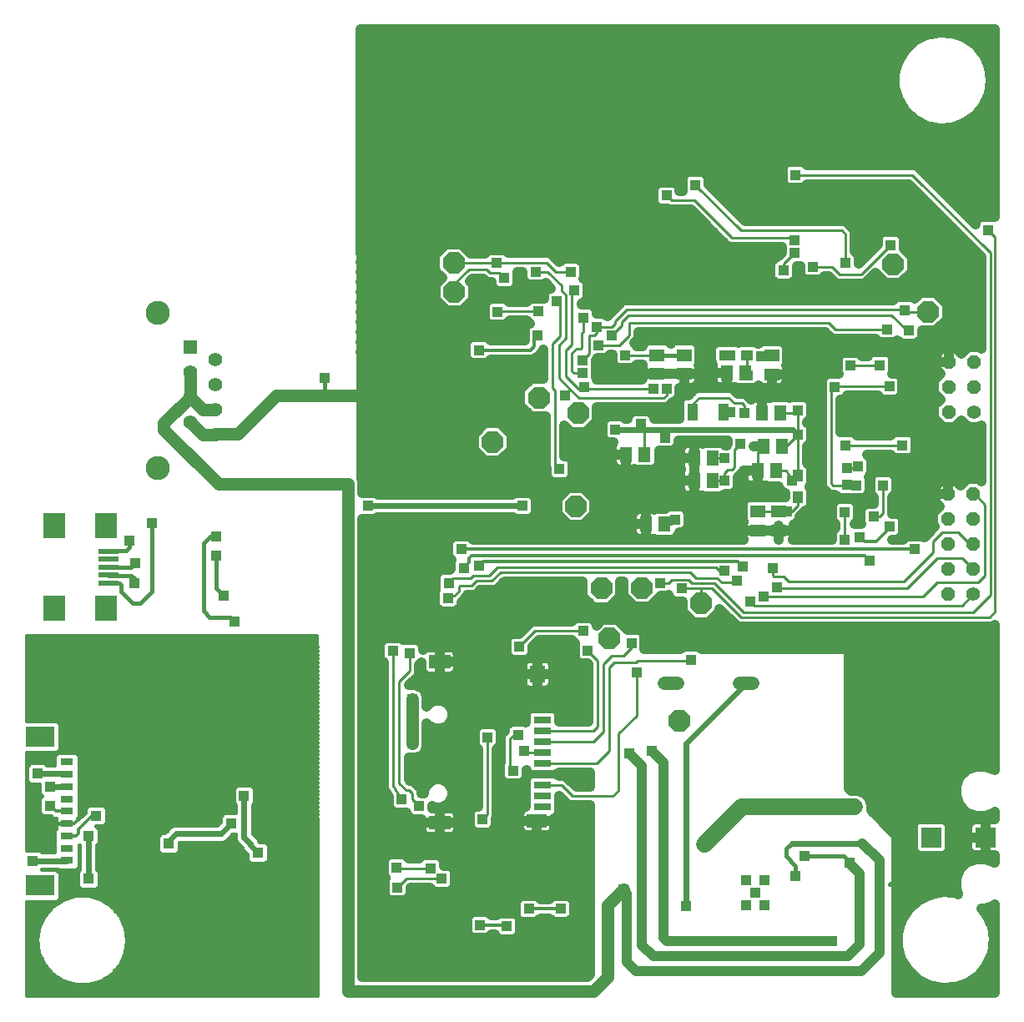
<source format=gbl>
G75*
%MOIN*%
%OFA0B0*%
%FSLAX25Y25*%
%IPPOS*%
%LPD*%
%AMOC8*
5,1,8,0,0,1.08239X$1,22.5*
%
%ADD10C,0.05600*%
%ADD11OC8,0.05600*%
%ADD12C,0.05200*%
%ADD13R,0.05600X0.05600*%
%ADD14C,0.09600*%
%ADD15R,0.04331X0.03937*%
%ADD16R,0.08268X0.08268*%
%ADD17R,0.05118X0.03150*%
%ADD18R,0.11811X0.08268*%
%ADD19R,0.04331X0.07087*%
%ADD20R,0.05118X0.05906*%
%ADD21R,0.04724X0.03937*%
%ADD22R,0.05906X0.05118*%
%ADD23R,0.03937X0.04724*%
%ADD24R,0.08661X0.09843*%
%ADD25R,0.07874X0.01969*%
%ADD26R,0.07087X0.03150*%
%ADD27R,0.07874X0.05512*%
%ADD28R,0.08661X0.05512*%
%ADD29R,0.06299X0.07087*%
%ADD30OC8,0.08500*%
%ADD31R,0.03962X0.03962*%
%ADD32C,0.01200*%
%ADD33C,0.01600*%
%ADD34C,0.04000*%
%ADD35C,0.02400*%
%ADD36C,0.01000*%
%ADD37C,0.05000*%
%ADD38C,0.03200*%
%ADD39C,0.06600*%
D10*
X0080050Y0230000D03*
X0070050Y0235000D03*
X0070050Y0245000D03*
X0080050Y0240000D03*
X0080050Y0250000D03*
X0070050Y0255000D03*
X0080050Y0260000D03*
X0383050Y0239000D03*
X0382800Y0166250D03*
D11*
X0372800Y0166250D03*
X0372800Y0176250D03*
X0372800Y0186250D03*
X0382800Y0186250D03*
X0382800Y0176250D03*
X0382800Y0196250D03*
X0382800Y0206250D03*
X0372800Y0206250D03*
X0372800Y0196250D03*
X0373050Y0239000D03*
X0373050Y0249000D03*
X0383050Y0249000D03*
X0383050Y0259000D03*
X0373050Y0259000D03*
D12*
X0294650Y0130500D02*
X0289450Y0130500D01*
X0264650Y0130500D02*
X0259450Y0130500D01*
D13*
X0070050Y0265000D03*
D14*
X0057050Y0278500D03*
X0057050Y0216500D03*
D15*
X0332300Y0216596D03*
X0332300Y0209904D03*
D16*
X0365973Y0069000D03*
X0387627Y0069000D03*
D17*
X0020721Y0069657D03*
X0020721Y0064736D03*
X0020721Y0059815D03*
X0020721Y0074579D03*
X0020721Y0079500D03*
X0020721Y0084421D03*
X0020721Y0089343D03*
X0020721Y0094264D03*
X0020721Y0099185D03*
D18*
X0009894Y0109224D03*
X0009894Y0049776D03*
D19*
X0270698Y0239000D03*
X0282902Y0239000D03*
D20*
X0298310Y0238750D03*
X0305790Y0238750D03*
X0306540Y0225250D03*
X0299060Y0225250D03*
X0296560Y0215500D03*
X0304040Y0215500D03*
X0278790Y0211500D03*
X0271310Y0211500D03*
X0271310Y0220500D03*
X0278790Y0220500D03*
X0251540Y0222000D03*
X0244060Y0222000D03*
X0252060Y0194250D03*
X0259540Y0194250D03*
X0284310Y0254750D03*
X0291790Y0254750D03*
D21*
X0292381Y0261750D03*
X0283719Y0261750D03*
D22*
X0267300Y0261740D03*
X0267300Y0254260D03*
X0256550Y0254260D03*
X0256550Y0261740D03*
X0302300Y0261490D03*
X0302300Y0254010D03*
X0305050Y0199240D03*
X0305050Y0191760D03*
X0296800Y0191760D03*
X0296800Y0199240D03*
D23*
X0312800Y0204919D03*
X0312800Y0213581D03*
D24*
X0036424Y0193535D03*
X0015558Y0193535D03*
X0015558Y0160465D03*
X0036424Y0160465D03*
D25*
X0037408Y0170701D03*
X0037408Y0173850D03*
X0037408Y0177000D03*
X0037408Y0180150D03*
X0037408Y0183299D03*
D26*
X0210800Y0115907D03*
X0210800Y0111577D03*
X0210800Y0107246D03*
X0210800Y0102915D03*
X0210800Y0098585D03*
X0210800Y0094254D03*
X0210800Y0089923D03*
X0210800Y0085593D03*
X0210800Y0081262D03*
D27*
X0208438Y0075553D03*
D28*
X0169658Y0074963D03*
X0169658Y0139136D03*
D29*
X0208831Y0134215D03*
D30*
X0237550Y0148500D03*
X0234300Y0168500D03*
X0250550Y0168750D03*
X0274050Y0162500D03*
X0265300Y0115500D03*
X0224050Y0201250D03*
X0190800Y0227000D03*
X0209300Y0244750D03*
X0225050Y0238500D03*
X0175550Y0287000D03*
X0175300Y0298500D03*
X0350800Y0298000D03*
X0364800Y0279000D03*
D31*
X0355300Y0279750D03*
X0357050Y0271500D03*
X0348550Y0272000D03*
X0345550Y0257750D03*
X0349300Y0249250D03*
X0352300Y0242250D03*
X0353050Y0233750D03*
X0354550Y0225750D03*
X0358800Y0209500D03*
X0346800Y0209750D03*
X0336050Y0209750D03*
X0336800Y0217240D03*
X0331800Y0225750D03*
X0312800Y0230000D03*
X0312800Y0239750D03*
X0298550Y0243000D03*
X0291300Y0238750D03*
X0285800Y0239000D03*
X0292800Y0253750D03*
X0298050Y0261250D03*
X0308800Y0260750D03*
X0327550Y0249000D03*
X0333800Y0257500D03*
X0329800Y0284250D03*
X0318800Y0297000D03*
X0311550Y0302500D03*
X0311550Y0307750D03*
X0307050Y0295500D03*
X0292800Y0304000D03*
X0271800Y0329750D03*
X0260300Y0325500D03*
X0222300Y0305500D03*
X0222050Y0295000D03*
X0223550Y0287500D03*
X0216550Y0283250D03*
X0209050Y0279250D03*
X0204550Y0287750D03*
X0208050Y0295000D03*
X0195550Y0292500D03*
X0192550Y0298500D03*
X0174050Y0311750D03*
X0192800Y0279000D03*
X0178800Y0272750D03*
X0185300Y0263750D03*
X0166300Y0252500D03*
X0205050Y0252500D03*
X0219800Y0245750D03*
X0227300Y0249000D03*
X0226800Y0254500D03*
X0226800Y0259750D03*
X0233050Y0265750D03*
X0238300Y0269500D03*
X0232300Y0273000D03*
X0227050Y0276750D03*
X0233050Y0279500D03*
X0243800Y0261750D03*
X0255050Y0248250D03*
X0260300Y0248250D03*
X0250050Y0234250D03*
X0259800Y0228750D03*
X0239800Y0232000D03*
X0217550Y0216250D03*
X0211550Y0226750D03*
X0202800Y0201500D03*
X0185550Y0177500D03*
X0179300Y0176750D03*
X0178300Y0184250D03*
X0173300Y0170750D03*
X0173050Y0164500D03*
X0171050Y0151750D03*
X0181550Y0151750D03*
X0189550Y0166500D03*
X0201550Y0145250D03*
X0217050Y0128750D03*
X0228800Y0143750D03*
X0227050Y0151500D03*
X0220050Y0159000D03*
X0246300Y0146750D03*
X0248300Y0135000D03*
X0261800Y0147500D03*
X0270050Y0140000D03*
X0280550Y0150250D03*
X0293800Y0163250D03*
X0299050Y0165250D03*
X0304550Y0169000D03*
X0302800Y0176750D03*
X0290800Y0177250D03*
X0288550Y0171500D03*
X0283550Y0175750D03*
X0266300Y0168500D03*
X0257800Y0170750D03*
X0271300Y0193250D03*
X0263800Y0196000D03*
X0283550Y0211500D03*
X0283550Y0220500D03*
X0289800Y0226250D03*
X0297050Y0225250D03*
X0310300Y0211750D03*
X0308300Y0199250D03*
X0305050Y0191500D03*
X0318300Y0188500D03*
X0331550Y0188000D03*
X0337550Y0189000D03*
X0343050Y0197250D03*
X0349550Y0193250D03*
X0359550Y0184250D03*
X0341550Y0179500D03*
X0331550Y0199000D03*
X0295550Y0207000D03*
X0285800Y0261750D03*
X0331800Y0298500D03*
X0335800Y0311000D03*
X0349800Y0305750D03*
X0311800Y0333750D03*
X0388800Y0311750D03*
X0373050Y0152250D03*
X0367050Y0137000D03*
X0340050Y0143500D03*
X0307050Y0151250D03*
X0254550Y0103500D03*
X0245550Y0102750D03*
X0228050Y0090750D03*
X0228800Y0075500D03*
X0228800Y0063250D03*
X0228800Y0045000D03*
X0218050Y0040500D03*
X0221800Y0029250D03*
X0228800Y0028000D03*
X0214800Y0020500D03*
X0205300Y0040500D03*
X0196550Y0033500D03*
X0185800Y0034000D03*
X0171550Y0046500D03*
X0170550Y0052500D03*
X0166050Y0056750D03*
X0152550Y0057000D03*
X0152800Y0049000D03*
X0154550Y0036000D03*
X0144300Y0015750D03*
X0097550Y0048000D03*
X0097050Y0063000D03*
X0086300Y0074500D03*
X0091550Y0085750D03*
X0104300Y0097250D03*
X0102050Y0124500D03*
X0087800Y0155250D03*
X0083550Y0165750D03*
X0080550Y0181500D03*
X0080550Y0189250D03*
X0054800Y0194750D03*
X0045800Y0187500D03*
X0048050Y0178750D03*
X0047800Y0170500D03*
X0043300Y0103500D03*
X0032300Y0103500D03*
X0027300Y0084250D03*
X0032300Y0077750D03*
X0029300Y0069500D03*
X0029300Y0052500D03*
X0007050Y0059750D03*
X0014050Y0081750D03*
X0014050Y0089250D03*
X0009050Y0094500D03*
X0054300Y0102500D03*
X0061300Y0098500D03*
X0066300Y0078500D03*
X0061300Y0066500D03*
X0071300Y0065500D03*
X0072300Y0050500D03*
X0154550Y0084250D03*
X0161550Y0081500D03*
X0159050Y0092000D03*
X0158800Y0106500D03*
X0158800Y0124250D03*
X0157800Y0142750D03*
X0151050Y0143500D03*
X0141050Y0156250D03*
X0159800Y0188000D03*
X0139800Y0194250D03*
X0141050Y0201500D03*
X0123800Y0252750D03*
X0208800Y0269500D03*
X0193300Y0122500D03*
X0188800Y0109000D03*
X0201050Y0110000D03*
X0203425Y0103625D03*
X0199050Y0095750D03*
X0186800Y0076250D03*
X0200550Y0065500D03*
X0183050Y0058750D03*
X0243050Y0048250D03*
X0268050Y0041500D03*
X0292050Y0042000D03*
X0295800Y0047000D03*
X0299550Y0042000D03*
X0299550Y0052000D03*
X0292050Y0052000D03*
X0275300Y0066250D03*
X0311800Y0053750D03*
X0315550Y0061500D03*
X0333550Y0059000D03*
X0352300Y0060750D03*
X0352300Y0050250D03*
X0352300Y0041000D03*
X0352300Y0029750D03*
X0352300Y0019500D03*
X0352300Y0009250D03*
X0326550Y0027500D03*
X0335550Y0081250D03*
D32*
X0290800Y0177250D02*
X0288800Y0179250D01*
X0187050Y0179250D01*
X0185550Y0177750D01*
X0185550Y0177500D01*
X0181550Y0179000D02*
X0179300Y0176750D01*
X0181550Y0179000D02*
X0181550Y0180500D01*
X0182550Y0181500D01*
X0339550Y0181500D01*
X0341550Y0179500D01*
X0339300Y0187250D02*
X0337550Y0189000D01*
X0339300Y0187250D02*
X0344050Y0187250D01*
X0349550Y0192750D01*
X0349550Y0193250D01*
X0359300Y0184500D02*
X0359550Y0184250D01*
X0178300Y0184250D01*
X0170800Y0153750D02*
X0171050Y0153500D01*
X0171050Y0151750D01*
X0181550Y0151750D02*
X0181800Y0151250D01*
X0193050Y0123250D02*
X0193300Y0123000D01*
X0193300Y0122500D01*
X0159300Y0092000D02*
X0159050Y0092000D01*
X0183050Y0058750D02*
X0183300Y0058750D01*
X0183550Y0058500D01*
X0171550Y0046500D02*
X0171050Y0046500D01*
X0185800Y0034000D02*
X0196050Y0034000D01*
X0196550Y0033500D01*
X0205300Y0040500D02*
X0218050Y0040500D01*
X0221800Y0029250D02*
X0221800Y0028750D01*
X0214800Y0020500D02*
X0214800Y0020000D01*
X0215050Y0019750D01*
X0229050Y0062500D02*
X0228800Y0063250D01*
X0200550Y0065500D02*
X0200550Y0066000D01*
X0200300Y0066250D01*
X0154550Y0036000D02*
X0153300Y0036000D01*
X0032300Y0077750D02*
X0030800Y0077750D01*
X0025300Y0072250D01*
X0025300Y0070500D01*
X0024550Y0069750D01*
X0020814Y0069750D01*
X0020721Y0069657D01*
X0020721Y0074579D02*
X0023629Y0074579D01*
X0027800Y0078750D01*
X0027800Y0083750D01*
X0027300Y0084250D01*
X0020721Y0079500D02*
X0016300Y0079500D01*
X0014050Y0081750D01*
X0185300Y0263750D02*
X0206050Y0263750D01*
X0207550Y0265250D01*
X0207550Y0269500D01*
X0208800Y0269500D01*
X0205300Y0252500D02*
X0205050Y0252500D01*
X0179800Y0272000D02*
X0178800Y0272750D01*
X0204550Y0287250D02*
X0204550Y0287750D01*
X0352300Y0242250D02*
X0352550Y0242250D01*
X0353050Y0233750D02*
X0353300Y0232250D01*
X0358800Y0209750D02*
X0359050Y0209750D01*
X0358800Y0209750D02*
X0358800Y0209500D01*
D33*
X0004600Y0043342D02*
X0004600Y0005800D01*
X0120795Y0005800D01*
X0120550Y0149750D01*
X0004600Y0149750D01*
X0004600Y0115658D01*
X0016753Y0115658D01*
X0018100Y0114311D01*
X0018100Y0104138D01*
X0016753Y0102791D01*
X0004600Y0102791D01*
X0004600Y0064031D01*
X0009984Y0064031D01*
X0010765Y0063250D01*
X0015862Y0063250D01*
X0015862Y0072185D01*
X0016380Y0072702D01*
X0016362Y0072767D01*
X0016362Y0074579D01*
X0020721Y0074579D01*
X0020721Y0074579D01*
X0016362Y0074579D01*
X0016362Y0076391D01*
X0016380Y0076455D01*
X0016235Y0076600D01*
X0015723Y0076600D01*
X0014657Y0077041D01*
X0014230Y0077469D01*
X0011116Y0077469D01*
X0009769Y0078816D01*
X0009769Y0084684D01*
X0010585Y0085500D01*
X0009769Y0086316D01*
X0009769Y0090219D01*
X0006116Y0090219D01*
X0004769Y0091566D01*
X0004769Y0097434D01*
X0006116Y0098781D01*
X0011984Y0098781D01*
X0012765Y0098000D01*
X0015862Y0098000D01*
X0015862Y0101713D01*
X0017210Y0103060D01*
X0024233Y0103060D01*
X0025580Y0101713D01*
X0025580Y0076973D01*
X0025063Y0076455D01*
X0025080Y0076391D01*
X0025080Y0076132D01*
X0028019Y0079070D01*
X0028019Y0080684D01*
X0029366Y0082031D01*
X0035234Y0082031D01*
X0036581Y0080684D01*
X0036581Y0074816D01*
X0035234Y0073469D01*
X0032546Y0073469D01*
X0033581Y0072434D01*
X0033581Y0066566D01*
X0032800Y0065785D01*
X0032800Y0056215D01*
X0033581Y0055434D01*
X0033581Y0049566D01*
X0032234Y0048219D01*
X0026366Y0048219D01*
X0025019Y0049566D01*
X0025019Y0055434D01*
X0025800Y0056215D01*
X0025800Y0065785D01*
X0025580Y0066005D01*
X0025580Y0057287D01*
X0024233Y0055940D01*
X0017210Y0055940D01*
X0016900Y0056250D01*
X0010765Y0056250D01*
X0010724Y0056209D01*
X0016753Y0056209D01*
X0018100Y0054862D01*
X0018100Y0044689D01*
X0016753Y0043342D01*
X0004600Y0043342D01*
X0004600Y0042963D02*
X0017128Y0042963D01*
X0017972Y0044561D02*
X0019963Y0044561D01*
X0019323Y0044373D02*
X0015013Y0041603D01*
X0015012Y0041603D02*
X0011657Y0037732D01*
X0011657Y0037732D01*
X0009529Y0033071D01*
X0008800Y0028000D01*
X0008800Y0028000D01*
X0009529Y0022929D01*
X0011657Y0018268D01*
X0015012Y0014397D01*
X0015013Y0014397D01*
X0019323Y0011627D01*
X0024238Y0010183D01*
X0029362Y0010183D01*
X0034277Y0011627D01*
X0038587Y0014397D01*
X0041943Y0018268D01*
X0044071Y0022929D01*
X0044800Y0028000D01*
X0044071Y0033071D01*
X0044071Y0033071D01*
X0041943Y0037732D01*
X0038587Y0041603D01*
X0034277Y0044373D01*
X0029362Y0045817D01*
X0024238Y0045817D01*
X0019323Y0044373D01*
X0019323Y0044373D01*
X0018100Y0046160D02*
X0120726Y0046160D01*
X0120724Y0047758D02*
X0018100Y0047758D01*
X0018100Y0049357D02*
X0025228Y0049357D01*
X0025019Y0050955D02*
X0018100Y0050955D01*
X0018100Y0052554D02*
X0025019Y0052554D01*
X0025019Y0054152D02*
X0018100Y0054152D01*
X0017211Y0055751D02*
X0025336Y0055751D01*
X0025580Y0057349D02*
X0025800Y0057349D01*
X0025800Y0058948D02*
X0025580Y0058948D01*
X0025580Y0060546D02*
X0025800Y0060546D01*
X0025800Y0062145D02*
X0025580Y0062145D01*
X0025580Y0063743D02*
X0025800Y0063743D01*
X0025800Y0065342D02*
X0025580Y0065342D01*
X0032800Y0065342D02*
X0057019Y0065342D01*
X0057019Y0066940D02*
X0033581Y0066940D01*
X0033581Y0068539D02*
X0057019Y0068539D01*
X0057019Y0069434D02*
X0057019Y0063566D01*
X0058366Y0062219D01*
X0064234Y0062219D01*
X0065581Y0063566D01*
X0065581Y0066831D01*
X0065750Y0067000D01*
X0082996Y0067000D01*
X0084283Y0067533D01*
X0086969Y0070219D01*
X0088050Y0070219D01*
X0088050Y0068304D01*
X0088583Y0067017D01*
X0090729Y0064871D01*
X0091083Y0064017D01*
X0092769Y0062331D01*
X0092769Y0060066D01*
X0094116Y0058719D01*
X0099984Y0058719D01*
X0101331Y0060066D01*
X0101331Y0065934D01*
X0099984Y0067281D01*
X0097719Y0067281D01*
X0097371Y0067629D01*
X0097017Y0068483D01*
X0096033Y0069467D01*
X0095050Y0070450D01*
X0095050Y0082035D01*
X0095831Y0082816D01*
X0095831Y0088684D01*
X0094484Y0090031D01*
X0088616Y0090031D01*
X0087269Y0088684D01*
X0087269Y0082816D01*
X0088050Y0082035D01*
X0088050Y0078781D01*
X0083366Y0078781D01*
X0082019Y0077434D01*
X0082019Y0075169D01*
X0080850Y0074000D01*
X0063604Y0074000D01*
X0062317Y0073467D01*
X0061333Y0072483D01*
X0059631Y0070781D01*
X0058366Y0070781D01*
X0057019Y0069434D01*
X0057723Y0070137D02*
X0033581Y0070137D01*
X0033581Y0071736D02*
X0060586Y0071736D01*
X0062185Y0073334D02*
X0032680Y0073334D01*
X0036581Y0074933D02*
X0081783Y0074933D01*
X0082019Y0076532D02*
X0036581Y0076532D01*
X0036581Y0078130D02*
X0082715Y0078130D01*
X0088050Y0079729D02*
X0036581Y0079729D01*
X0035938Y0081327D02*
X0088050Y0081327D01*
X0087269Y0082926D02*
X0025580Y0082926D01*
X0025580Y0084524D02*
X0087269Y0084524D01*
X0087269Y0086123D02*
X0025580Y0086123D01*
X0025580Y0087721D02*
X0087269Y0087721D01*
X0087905Y0089320D02*
X0025580Y0089320D01*
X0025580Y0090918D02*
X0120650Y0090918D01*
X0120653Y0089320D02*
X0095195Y0089320D01*
X0095831Y0087721D02*
X0120656Y0087721D01*
X0120658Y0086123D02*
X0095831Y0086123D01*
X0095831Y0084524D02*
X0120661Y0084524D01*
X0120664Y0082926D02*
X0095831Y0082926D01*
X0095050Y0081327D02*
X0120667Y0081327D01*
X0120669Y0079729D02*
X0095050Y0079729D01*
X0095050Y0078130D02*
X0120672Y0078130D01*
X0120675Y0076532D02*
X0095050Y0076532D01*
X0095050Y0074933D02*
X0120677Y0074933D01*
X0120680Y0073334D02*
X0095050Y0073334D01*
X0095050Y0071736D02*
X0120683Y0071736D01*
X0120686Y0070137D02*
X0095362Y0070137D01*
X0096961Y0068539D02*
X0120688Y0068539D01*
X0120691Y0066940D02*
X0100324Y0066940D01*
X0101331Y0065342D02*
X0120694Y0065342D01*
X0120697Y0063743D02*
X0101331Y0063743D01*
X0101331Y0062145D02*
X0120699Y0062145D01*
X0120702Y0060546D02*
X0101331Y0060546D01*
X0100213Y0058948D02*
X0120705Y0058948D01*
X0120707Y0057349D02*
X0032800Y0057349D01*
X0032800Y0058948D02*
X0093887Y0058948D01*
X0092769Y0060546D02*
X0032800Y0060546D01*
X0032800Y0062145D02*
X0092769Y0062145D01*
X0091357Y0063743D02*
X0065581Y0063743D01*
X0065581Y0065342D02*
X0090258Y0065342D01*
X0088660Y0066940D02*
X0065690Y0066940D01*
X0070300Y0065500D02*
X0071300Y0065500D01*
X0057019Y0063743D02*
X0032800Y0063743D01*
X0033264Y0055751D02*
X0120710Y0055751D01*
X0120713Y0054152D02*
X0033581Y0054152D01*
X0033581Y0052554D02*
X0120716Y0052554D01*
X0120718Y0050955D02*
X0033581Y0050955D01*
X0033372Y0049357D02*
X0120721Y0049357D01*
X0120729Y0044561D02*
X0033637Y0044561D01*
X0034277Y0044373D02*
X0034277Y0044373D01*
X0036472Y0042963D02*
X0120732Y0042963D01*
X0120735Y0041364D02*
X0038795Y0041364D01*
X0038587Y0041603D02*
X0038587Y0041603D01*
X0040180Y0039766D02*
X0120737Y0039766D01*
X0120740Y0038167D02*
X0041565Y0038167D01*
X0041943Y0037732D02*
X0041943Y0037732D01*
X0042474Y0036569D02*
X0120743Y0036569D01*
X0120746Y0034970D02*
X0043204Y0034970D01*
X0043934Y0033372D02*
X0120748Y0033372D01*
X0120751Y0031773D02*
X0044257Y0031773D01*
X0044487Y0030175D02*
X0120754Y0030175D01*
X0120756Y0028576D02*
X0044717Y0028576D01*
X0044653Y0026978D02*
X0120759Y0026978D01*
X0120762Y0025379D02*
X0044423Y0025379D01*
X0044193Y0023781D02*
X0120765Y0023781D01*
X0120767Y0022182D02*
X0043730Y0022182D01*
X0044071Y0022929D02*
X0044071Y0022929D01*
X0043000Y0020584D02*
X0120770Y0020584D01*
X0120773Y0018985D02*
X0042270Y0018985D01*
X0041943Y0018268D02*
X0041943Y0018268D01*
X0041178Y0017387D02*
X0120775Y0017387D01*
X0120778Y0015788D02*
X0039793Y0015788D01*
X0038587Y0014397D02*
X0038587Y0014397D01*
X0038266Y0014190D02*
X0120781Y0014190D01*
X0120784Y0012591D02*
X0035778Y0012591D01*
X0032118Y0010993D02*
X0120786Y0010993D01*
X0120789Y0009394D02*
X0004600Y0009394D01*
X0004600Y0007796D02*
X0120792Y0007796D01*
X0120795Y0006197D02*
X0004600Y0006197D01*
X0004600Y0010993D02*
X0021482Y0010993D01*
X0019323Y0011627D02*
X0019323Y0011627D01*
X0017822Y0012591D02*
X0004600Y0012591D01*
X0004600Y0014190D02*
X0015334Y0014190D01*
X0013807Y0015788D02*
X0004600Y0015788D01*
X0004600Y0017387D02*
X0012422Y0017387D01*
X0011657Y0018268D02*
X0011657Y0018268D01*
X0011330Y0018985D02*
X0004600Y0018985D01*
X0004600Y0020584D02*
X0010600Y0020584D01*
X0009870Y0022182D02*
X0004600Y0022182D01*
X0004600Y0023781D02*
X0009407Y0023781D01*
X0009529Y0022929D02*
X0009529Y0022929D01*
X0009177Y0025379D02*
X0004600Y0025379D01*
X0004600Y0026978D02*
X0008947Y0026978D01*
X0008883Y0028576D02*
X0004600Y0028576D01*
X0004600Y0030175D02*
X0009113Y0030175D01*
X0009343Y0031773D02*
X0004600Y0031773D01*
X0004600Y0033372D02*
X0009666Y0033372D01*
X0009529Y0033071D02*
X0009529Y0033071D01*
X0010396Y0034970D02*
X0004600Y0034970D01*
X0004600Y0036569D02*
X0011126Y0036569D01*
X0012035Y0038167D02*
X0004600Y0038167D01*
X0004600Y0039766D02*
X0013420Y0039766D01*
X0014805Y0041364D02*
X0004600Y0041364D01*
X0015012Y0041603D02*
X0015012Y0041603D01*
X0015013Y0041603D01*
X0015862Y0063743D02*
X0010271Y0063743D01*
X0015862Y0065342D02*
X0004600Y0065342D01*
X0004600Y0066940D02*
X0015862Y0066940D01*
X0015862Y0068539D02*
X0004600Y0068539D01*
X0004600Y0070137D02*
X0015862Y0070137D01*
X0015862Y0071736D02*
X0004600Y0071736D01*
X0004600Y0073334D02*
X0016362Y0073334D01*
X0016362Y0074933D02*
X0004600Y0074933D01*
X0004600Y0076532D02*
X0016303Y0076532D01*
X0010455Y0078130D02*
X0004600Y0078130D01*
X0004600Y0079729D02*
X0009769Y0079729D01*
X0009769Y0081327D02*
X0004600Y0081327D01*
X0004600Y0082926D02*
X0009769Y0082926D01*
X0009769Y0084524D02*
X0004600Y0084524D01*
X0004600Y0086123D02*
X0009963Y0086123D01*
X0009769Y0087721D02*
X0004600Y0087721D01*
X0004600Y0089320D02*
X0009769Y0089320D01*
X0005417Y0090918D02*
X0004600Y0090918D01*
X0004600Y0092517D02*
X0004769Y0092517D01*
X0004769Y0094115D02*
X0004600Y0094115D01*
X0004600Y0095714D02*
X0004769Y0095714D01*
X0004769Y0097312D02*
X0004600Y0097312D01*
X0004600Y0098911D02*
X0015862Y0098911D01*
X0015862Y0100509D02*
X0004600Y0100509D01*
X0004600Y0102108D02*
X0016257Y0102108D01*
X0017668Y0103706D02*
X0120628Y0103706D01*
X0120631Y0102108D02*
X0025185Y0102108D01*
X0025580Y0100509D02*
X0120634Y0100509D01*
X0120637Y0098911D02*
X0025580Y0098911D01*
X0025580Y0097312D02*
X0120639Y0097312D01*
X0120642Y0095714D02*
X0025580Y0095714D01*
X0025580Y0094115D02*
X0120645Y0094115D01*
X0120647Y0092517D02*
X0025580Y0092517D01*
X0032300Y0102500D02*
X0032300Y0103500D01*
X0018100Y0105305D02*
X0120626Y0105305D01*
X0120623Y0106903D02*
X0018100Y0106903D01*
X0018100Y0108502D02*
X0120620Y0108502D01*
X0120618Y0110100D02*
X0018100Y0110100D01*
X0018100Y0111699D02*
X0120615Y0111699D01*
X0120612Y0113297D02*
X0018100Y0113297D01*
X0017515Y0114896D02*
X0120609Y0114896D01*
X0120607Y0116494D02*
X0004600Y0116494D01*
X0004600Y0118093D02*
X0120604Y0118093D01*
X0120601Y0119691D02*
X0004600Y0119691D01*
X0004600Y0121290D02*
X0120598Y0121290D01*
X0120596Y0122888D02*
X0004600Y0122888D01*
X0004600Y0124487D02*
X0120593Y0124487D01*
X0120590Y0126085D02*
X0004600Y0126085D01*
X0004600Y0127684D02*
X0120588Y0127684D01*
X0120585Y0129282D02*
X0004600Y0129282D01*
X0004600Y0130881D02*
X0120582Y0130881D01*
X0120579Y0132479D02*
X0004600Y0132479D01*
X0004600Y0134078D02*
X0120577Y0134078D01*
X0120574Y0135676D02*
X0004600Y0135676D01*
X0004600Y0137275D02*
X0120571Y0137275D01*
X0120569Y0138873D02*
X0004600Y0138873D01*
X0004600Y0140472D02*
X0120566Y0140472D01*
X0120563Y0142070D02*
X0004600Y0142070D01*
X0004600Y0143669D02*
X0120560Y0143669D01*
X0120558Y0145268D02*
X0004600Y0145268D01*
X0004600Y0146866D02*
X0120555Y0146866D01*
X0120552Y0148465D02*
X0004600Y0148465D01*
X0037408Y0170701D02*
X0041599Y0170701D01*
X0042300Y0170000D01*
X0042300Y0167250D01*
X0047050Y0162500D01*
X0050050Y0162500D01*
X0054800Y0167250D01*
X0054800Y0194750D01*
X0045800Y0187500D02*
X0045800Y0185000D01*
X0044300Y0183500D01*
X0037609Y0183500D01*
X0037408Y0183299D01*
X0037408Y0177000D02*
X0046550Y0177000D01*
X0048050Y0178500D01*
X0048050Y0178750D01*
X0046550Y0173750D02*
X0037509Y0173750D01*
X0037408Y0173850D01*
X0046550Y0173750D02*
X0047800Y0172500D01*
X0047800Y0170500D01*
X0075300Y0159500D02*
X0077800Y0157000D01*
X0086050Y0157000D01*
X0087800Y0155250D01*
X0083550Y0165750D02*
X0080550Y0168750D01*
X0080550Y0181500D01*
X0075300Y0186500D02*
X0075300Y0159500D01*
X0075300Y0186500D02*
X0078050Y0189250D01*
X0080550Y0189250D01*
X0123800Y0245750D02*
X0123800Y0252750D01*
X0188800Y0166500D02*
X0190550Y0166750D01*
X0191300Y0166750D01*
X0191300Y0166250D01*
X0189550Y0166500D02*
X0188800Y0166500D01*
X0256550Y0261740D02*
X0267300Y0261740D01*
X0373050Y0152500D02*
X0373050Y0152250D01*
X0340050Y0143500D02*
X0340050Y0142750D01*
X0310300Y0066750D02*
X0308050Y0064500D01*
X0308050Y0061500D01*
X0311800Y0057750D01*
X0311800Y0053750D01*
X0315550Y0061500D02*
X0331050Y0061500D01*
X0333550Y0059000D01*
X0349550Y0050250D02*
X0349800Y0050500D01*
X0349550Y0050250D02*
X0352300Y0050250D01*
X0352300Y0041000D02*
X0352550Y0040500D01*
X0352300Y0040750D01*
X0088050Y0068539D02*
X0085289Y0068539D01*
X0086887Y0070137D02*
X0088050Y0070137D01*
X0061300Y0098500D02*
X0060300Y0098500D01*
X0054300Y0101500D02*
X0054300Y0102500D01*
X0028662Y0081327D02*
X0025580Y0081327D01*
X0025580Y0079729D02*
X0028019Y0079729D01*
X0027079Y0078130D02*
X0025580Y0078130D01*
X0025480Y0076532D02*
X0025139Y0076532D01*
D34*
X0138750Y0074973D02*
X0162328Y0074973D01*
X0162328Y0074963D02*
X0169658Y0074963D01*
X0169658Y0080718D01*
X0166731Y0080718D01*
X0166731Y0081511D01*
X0167959Y0081002D01*
X0170177Y0081002D01*
X0172226Y0081851D01*
X0173794Y0083419D01*
X0174643Y0085468D01*
X0174643Y0087686D01*
X0173794Y0089735D01*
X0172226Y0091303D01*
X0170177Y0092152D01*
X0167959Y0092152D01*
X0165910Y0091303D01*
X0164342Y0089735D01*
X0163493Y0087686D01*
X0163493Y0086681D01*
X0162500Y0086681D01*
X0162500Y0087236D01*
X0161937Y0088596D01*
X0160896Y0089637D01*
X0159396Y0091137D01*
X0158036Y0091700D01*
X0157833Y0091700D01*
X0157250Y0092283D01*
X0157250Y0100972D01*
X0157666Y0100800D01*
X0159934Y0100800D01*
X0161187Y0101319D01*
X0161418Y0101319D01*
X0162594Y0101806D01*
X0163494Y0102706D01*
X0163981Y0103882D01*
X0163981Y0104113D01*
X0164500Y0105366D01*
X0164500Y0114757D01*
X0165910Y0113347D01*
X0167959Y0112498D01*
X0170177Y0112498D01*
X0172226Y0113347D01*
X0173794Y0114915D01*
X0174643Y0116964D01*
X0174643Y0119182D01*
X0173794Y0121231D01*
X0172226Y0122799D01*
X0170177Y0123648D01*
X0167959Y0123648D01*
X0165910Y0122799D01*
X0164500Y0121389D01*
X0164500Y0125384D01*
X0163981Y0126637D01*
X0163981Y0126868D01*
X0163494Y0128044D01*
X0162594Y0128944D01*
X0161418Y0129431D01*
X0161187Y0129431D01*
X0159934Y0129950D01*
X0157666Y0129950D01*
X0157353Y0129820D01*
X0160937Y0133404D01*
X0161500Y0134764D01*
X0161500Y0138017D01*
X0161594Y0138056D01*
X0162328Y0138790D01*
X0162328Y0136084D01*
X0162443Y0135505D01*
X0162669Y0134959D01*
X0162997Y0134468D01*
X0163415Y0134050D01*
X0163907Y0133721D01*
X0164452Y0133495D01*
X0165032Y0133380D01*
X0169658Y0133380D01*
X0169658Y0139136D01*
X0169658Y0144892D01*
X0165032Y0144892D01*
X0164452Y0144776D01*
X0163907Y0144550D01*
X0163415Y0144222D01*
X0162997Y0143804D01*
X0162981Y0143780D01*
X0162981Y0145368D01*
X0162494Y0146544D01*
X0161594Y0147444D01*
X0160418Y0147931D01*
X0155182Y0147931D01*
X0155129Y0147909D01*
X0154844Y0148194D01*
X0153668Y0148681D01*
X0148432Y0148681D01*
X0147256Y0148194D01*
X0146356Y0147294D01*
X0145869Y0146118D01*
X0145869Y0140882D01*
X0146356Y0139706D01*
X0147256Y0138806D01*
X0147350Y0138767D01*
X0147350Y0089866D01*
X0147278Y0089504D01*
X0147350Y0089138D01*
X0147350Y0088764D01*
X0147491Y0088423D01*
X0147563Y0088060D01*
X0147770Y0087749D01*
X0147913Y0087404D01*
X0148175Y0087143D01*
X0149369Y0085351D01*
X0149369Y0081632D01*
X0149856Y0080456D01*
X0150756Y0079556D01*
X0151932Y0079069D01*
X0156369Y0079069D01*
X0156369Y0078882D01*
X0156856Y0077706D01*
X0157756Y0076806D01*
X0158932Y0076319D01*
X0162328Y0076319D01*
X0162328Y0074963D01*
X0162328Y0071911D01*
X0162443Y0071332D01*
X0162669Y0070786D01*
X0162997Y0070294D01*
X0163415Y0069876D01*
X0163907Y0069548D01*
X0164452Y0069322D01*
X0165032Y0069207D01*
X0169658Y0069207D01*
X0169658Y0074962D01*
X0169658Y0074962D01*
X0169658Y0074963D02*
X0162328Y0074963D01*
X0162591Y0070975D02*
X0138750Y0070975D01*
X0138750Y0066976D02*
X0229800Y0066976D01*
X0229800Y0062978D02*
X0138750Y0062978D01*
X0138750Y0058979D02*
X0147369Y0058979D01*
X0147369Y0059618D02*
X0147369Y0054382D01*
X0147856Y0053206D01*
X0148187Y0052875D01*
X0148106Y0052794D01*
X0147619Y0051618D01*
X0147619Y0046382D01*
X0148106Y0045206D01*
X0149006Y0044306D01*
X0150182Y0043819D01*
X0155418Y0043819D01*
X0156594Y0044306D01*
X0157494Y0045206D01*
X0157981Y0046382D01*
X0157981Y0048800D01*
X0165817Y0048800D01*
X0165856Y0048706D01*
X0166756Y0047806D01*
X0167932Y0047319D01*
X0173168Y0047319D01*
X0174344Y0047806D01*
X0175244Y0048706D01*
X0175731Y0049882D01*
X0175731Y0055118D01*
X0175244Y0056294D01*
X0174344Y0057194D01*
X0173168Y0057681D01*
X0171231Y0057681D01*
X0171231Y0059368D01*
X0170744Y0060544D01*
X0169844Y0061444D01*
X0168668Y0061931D01*
X0163432Y0061931D01*
X0162256Y0061444D01*
X0161356Y0060544D01*
X0161317Y0060450D01*
X0157386Y0060450D01*
X0157244Y0060794D01*
X0156344Y0061694D01*
X0155168Y0062181D01*
X0149932Y0062181D01*
X0148756Y0061694D01*
X0147856Y0060794D01*
X0147369Y0059618D01*
X0147369Y0054981D02*
X0138750Y0054981D01*
X0138750Y0050982D02*
X0147619Y0050982D01*
X0147619Y0046984D02*
X0138750Y0046984D01*
X0138750Y0042985D02*
X0200119Y0042985D01*
X0200119Y0043118D02*
X0200119Y0038287D01*
X0199168Y0038681D01*
X0193932Y0038681D01*
X0192756Y0038194D01*
X0192362Y0037800D01*
X0190488Y0037800D01*
X0189594Y0038694D01*
X0188418Y0039181D01*
X0183182Y0039181D01*
X0182006Y0038694D01*
X0181106Y0037794D01*
X0180619Y0036618D01*
X0180619Y0031382D01*
X0181106Y0030206D01*
X0182006Y0029306D01*
X0183182Y0028819D01*
X0188418Y0028819D01*
X0189594Y0029306D01*
X0190488Y0030200D01*
X0191652Y0030200D01*
X0191856Y0029706D01*
X0192756Y0028806D01*
X0193932Y0028319D01*
X0199168Y0028319D01*
X0200344Y0028806D01*
X0201244Y0029706D01*
X0201731Y0030882D01*
X0201731Y0035713D01*
X0202682Y0035319D01*
X0207918Y0035319D01*
X0209094Y0035806D01*
X0209988Y0036700D01*
X0213362Y0036700D01*
X0214256Y0035806D01*
X0215432Y0035319D01*
X0220668Y0035319D01*
X0221844Y0035806D01*
X0222744Y0036706D01*
X0223231Y0037882D01*
X0223231Y0043118D01*
X0222744Y0044294D01*
X0221844Y0045194D01*
X0220668Y0045681D01*
X0215432Y0045681D01*
X0214256Y0045194D01*
X0213362Y0044300D01*
X0209988Y0044300D01*
X0209094Y0045194D01*
X0207918Y0045681D01*
X0202682Y0045681D01*
X0201506Y0045194D01*
X0200606Y0044294D01*
X0200119Y0043118D01*
X0200119Y0038987D02*
X0188887Y0038987D01*
X0182713Y0038987D02*
X0138750Y0038987D01*
X0138750Y0034988D02*
X0180619Y0034988D01*
X0180782Y0030990D02*
X0138750Y0030990D01*
X0138750Y0026991D02*
X0229800Y0026991D01*
X0229800Y0022993D02*
X0138750Y0022993D01*
X0138750Y0018994D02*
X0229800Y0018994D01*
X0229800Y0014996D02*
X0138750Y0014996D01*
X0138750Y0013200D02*
X0138750Y0196319D01*
X0143668Y0196319D01*
X0144844Y0196806D01*
X0145138Y0197100D01*
X0198712Y0197100D01*
X0199006Y0196806D01*
X0200182Y0196319D01*
X0205418Y0196319D01*
X0206594Y0196806D01*
X0207494Y0197706D01*
X0207981Y0198882D01*
X0207981Y0204118D01*
X0207494Y0205294D01*
X0206594Y0206194D01*
X0205418Y0206681D01*
X0200182Y0206681D01*
X0199006Y0206194D01*
X0198712Y0205900D01*
X0145138Y0205900D01*
X0144844Y0206194D01*
X0143668Y0206681D01*
X0138750Y0206681D01*
X0138750Y0211384D01*
X0138282Y0212515D01*
X0138052Y0391961D01*
X0391253Y0391961D01*
X0391301Y0316931D01*
X0386182Y0316931D01*
X0385006Y0316444D01*
X0384106Y0315544D01*
X0383619Y0314368D01*
X0383619Y0313914D01*
X0361687Y0335846D01*
X0360646Y0336887D01*
X0359286Y0337450D01*
X0316533Y0337450D01*
X0316494Y0337544D01*
X0315594Y0338444D01*
X0314418Y0338931D01*
X0309182Y0338931D01*
X0308006Y0338444D01*
X0307106Y0337544D01*
X0306619Y0336368D01*
X0306619Y0331132D01*
X0307106Y0329956D01*
X0308006Y0329056D01*
X0309182Y0328569D01*
X0314418Y0328569D01*
X0315594Y0329056D01*
X0316494Y0329956D01*
X0316533Y0330050D01*
X0357017Y0330050D01*
X0386100Y0300967D01*
X0386100Y0264435D01*
X0385535Y0265000D01*
X0380565Y0265000D01*
X0377909Y0262344D01*
X0375452Y0264800D01*
X0373050Y0264800D01*
X0373050Y0259000D01*
X0373050Y0259000D01*
X0373050Y0259000D01*
X0367250Y0259000D01*
X0367250Y0261402D01*
X0370648Y0264800D01*
X0373050Y0264800D01*
X0373050Y0259000D01*
X0367250Y0259000D01*
X0367250Y0256598D01*
X0369706Y0254141D01*
X0367050Y0251485D01*
X0367050Y0246515D01*
X0369565Y0244000D01*
X0367050Y0241485D01*
X0367050Y0236515D01*
X0370565Y0233000D01*
X0375535Y0233000D01*
X0378050Y0235515D01*
X0379651Y0233913D01*
X0381857Y0233000D01*
X0384243Y0233000D01*
X0386100Y0233769D01*
X0386100Y0211435D01*
X0385285Y0212250D01*
X0380315Y0212250D01*
X0377659Y0209594D01*
X0375202Y0212050D01*
X0372800Y0212050D01*
X0372800Y0206250D01*
X0372800Y0206250D01*
X0372800Y0206250D01*
X0367000Y0206250D01*
X0367000Y0208652D01*
X0370398Y0212050D01*
X0372800Y0212050D01*
X0372800Y0206250D01*
X0367000Y0206250D01*
X0367000Y0203848D01*
X0369456Y0201391D01*
X0366800Y0198735D01*
X0366800Y0193765D01*
X0367441Y0193124D01*
X0364704Y0190387D01*
X0363663Y0189346D01*
X0363452Y0188836D01*
X0363344Y0188944D01*
X0362168Y0189431D01*
X0356932Y0189431D01*
X0355756Y0188944D01*
X0354862Y0188050D01*
X0350224Y0188050D01*
X0350243Y0188069D01*
X0352168Y0188069D01*
X0353344Y0188556D01*
X0354244Y0189456D01*
X0354731Y0190632D01*
X0354731Y0195868D01*
X0354244Y0197044D01*
X0353344Y0197944D01*
X0352168Y0198431D01*
X0350500Y0198431D01*
X0350500Y0205017D01*
X0350594Y0205056D01*
X0351494Y0205956D01*
X0351981Y0207132D01*
X0351981Y0212368D01*
X0351494Y0213544D01*
X0350594Y0214444D01*
X0349418Y0214931D01*
X0344182Y0214931D01*
X0343006Y0214444D01*
X0342106Y0213544D01*
X0341619Y0212368D01*
X0341619Y0207132D01*
X0342106Y0205956D01*
X0343006Y0205056D01*
X0343100Y0205017D01*
X0343100Y0202431D01*
X0340432Y0202431D01*
X0339256Y0201944D01*
X0338356Y0201044D01*
X0337869Y0199868D01*
X0337869Y0194632D01*
X0338056Y0194181D01*
X0335250Y0194181D01*
X0335250Y0194267D01*
X0335344Y0194306D01*
X0336244Y0195206D01*
X0336731Y0196382D01*
X0336731Y0201618D01*
X0336244Y0202794D01*
X0335344Y0203694D01*
X0334168Y0204181D01*
X0328932Y0204181D01*
X0327756Y0203694D01*
X0326856Y0202794D01*
X0326369Y0201618D01*
X0326369Y0196382D01*
X0326856Y0195206D01*
X0327756Y0194306D01*
X0327850Y0194267D01*
X0327850Y0192733D01*
X0327756Y0192694D01*
X0326856Y0191794D01*
X0326369Y0190618D01*
X0326369Y0188050D01*
X0310773Y0188050D01*
X0310887Y0188326D01*
X0311003Y0188905D01*
X0311003Y0191760D01*
X0311003Y0194104D01*
X0312094Y0194556D01*
X0312994Y0195456D01*
X0313481Y0196632D01*
X0313481Y0197198D01*
X0315806Y0199523D01*
X0316581Y0199844D01*
X0317481Y0200744D01*
X0317968Y0201921D01*
X0317968Y0207918D01*
X0317481Y0209094D01*
X0317325Y0209250D01*
X0317481Y0209406D01*
X0317968Y0210582D01*
X0317968Y0216579D01*
X0317481Y0217756D01*
X0316581Y0218656D01*
X0316500Y0218689D01*
X0316500Y0225267D01*
X0316594Y0225306D01*
X0317494Y0226206D01*
X0317981Y0227382D01*
X0317981Y0232618D01*
X0317494Y0233794D01*
X0316594Y0234694D01*
X0316500Y0234733D01*
X0316500Y0235017D01*
X0316594Y0235056D01*
X0317494Y0235956D01*
X0317981Y0237132D01*
X0317981Y0242368D01*
X0317494Y0243544D01*
X0316594Y0244444D01*
X0315418Y0244931D01*
X0310182Y0244931D01*
X0309550Y0244669D01*
X0308986Y0244903D01*
X0302595Y0244903D01*
X0301789Y0244569D01*
X0301744Y0244587D01*
X0301164Y0244703D01*
X0298310Y0244703D01*
X0298310Y0238750D01*
X0298310Y0238750D01*
X0298310Y0244703D01*
X0295455Y0244703D01*
X0294876Y0244587D01*
X0294330Y0244361D01*
X0293935Y0244098D01*
X0293396Y0244637D01*
X0292396Y0245637D01*
X0291036Y0246200D01*
X0288833Y0246200D01*
X0287146Y0247887D01*
X0285786Y0248450D01*
X0272564Y0248450D01*
X0271204Y0247887D01*
X0270163Y0246846D01*
X0269061Y0245743D01*
X0267896Y0245743D01*
X0266720Y0245256D01*
X0265819Y0244356D01*
X0265332Y0243180D01*
X0265332Y0236400D01*
X0255231Y0236400D01*
X0255231Y0236868D01*
X0254744Y0238044D01*
X0253844Y0238944D01*
X0252668Y0239431D01*
X0247432Y0239431D01*
X0246256Y0238944D01*
X0245356Y0238044D01*
X0244869Y0236868D01*
X0244869Y0236400D01*
X0243888Y0236400D01*
X0243594Y0236694D01*
X0242418Y0237181D01*
X0237182Y0237181D01*
X0236006Y0236694D01*
X0235106Y0235794D01*
X0234619Y0234618D01*
X0234619Y0229382D01*
X0235106Y0228206D01*
X0236006Y0227306D01*
X0237182Y0226819D01*
X0239140Y0226819D01*
X0238842Y0226374D01*
X0238616Y0225828D01*
X0238501Y0225248D01*
X0238501Y0222000D01*
X0238501Y0218752D01*
X0238616Y0218172D01*
X0238842Y0217626D01*
X0239171Y0217135D01*
X0239588Y0216717D01*
X0240080Y0216389D01*
X0240626Y0216163D01*
X0241205Y0216047D01*
X0244060Y0216047D01*
X0246914Y0216047D01*
X0247494Y0216163D01*
X0247539Y0216181D01*
X0248345Y0215847D01*
X0254736Y0215847D01*
X0255912Y0216334D01*
X0256812Y0217235D01*
X0257299Y0218411D01*
X0257299Y0223569D01*
X0262418Y0223569D01*
X0263594Y0224056D01*
X0264494Y0224956D01*
X0264981Y0226132D01*
X0264981Y0227600D01*
X0284619Y0227600D01*
X0284619Y0226301D01*
X0284413Y0226096D01*
X0284241Y0225681D01*
X0283646Y0225681D01*
X0283162Y0226166D01*
X0281986Y0226653D01*
X0275595Y0226653D01*
X0274789Y0226319D01*
X0274744Y0226337D01*
X0274164Y0226453D01*
X0271310Y0226453D01*
X0271310Y0220500D01*
X0271310Y0220500D01*
X0271310Y0211500D01*
X0271310Y0211500D01*
X0271310Y0205547D01*
X0274164Y0205547D01*
X0274744Y0205663D01*
X0274789Y0205681D01*
X0275595Y0205347D01*
X0281986Y0205347D01*
X0283162Y0205834D01*
X0283646Y0206319D01*
X0286168Y0206319D01*
X0287344Y0206806D01*
X0288244Y0207706D01*
X0288731Y0208882D01*
X0288731Y0212948D01*
X0289646Y0213863D01*
X0290687Y0214904D01*
X0291001Y0215662D01*
X0291001Y0215500D01*
X0291001Y0212252D01*
X0291116Y0211672D01*
X0291342Y0211126D01*
X0291671Y0210635D01*
X0292088Y0210217D01*
X0292580Y0209889D01*
X0293126Y0209663D01*
X0293705Y0209547D01*
X0296560Y0209547D01*
X0299414Y0209547D01*
X0299994Y0209663D01*
X0300039Y0209681D01*
X0300845Y0209347D01*
X0305119Y0209347D01*
X0305119Y0209132D01*
X0305606Y0207956D01*
X0306506Y0207056D01*
X0307631Y0206590D01*
X0307631Y0204999D01*
X0301461Y0204999D01*
X0300925Y0204777D01*
X0300389Y0204999D01*
X0293211Y0204999D01*
X0292035Y0204512D01*
X0291134Y0203612D01*
X0290647Y0202436D01*
X0290647Y0196045D01*
X0290981Y0195239D01*
X0290963Y0195194D01*
X0290847Y0194614D01*
X0290847Y0191760D01*
X0296800Y0191760D01*
X0305050Y0191760D01*
X0305050Y0191760D01*
X0305050Y0193481D01*
X0305050Y0193481D01*
X0305050Y0191760D01*
X0311003Y0191760D01*
X0305050Y0191760D01*
X0305050Y0191760D01*
X0305050Y0191760D01*
X0299097Y0191760D01*
X0296800Y0191760D01*
X0296800Y0191760D01*
X0296800Y0191760D01*
X0290847Y0191760D01*
X0290847Y0188905D01*
X0290963Y0188326D01*
X0291077Y0188050D01*
X0182988Y0188050D01*
X0182094Y0188944D01*
X0180918Y0189431D01*
X0175682Y0189431D01*
X0174506Y0188944D01*
X0173606Y0188044D01*
X0173119Y0186868D01*
X0173119Y0181632D01*
X0173606Y0180456D01*
X0174288Y0179775D01*
X0174119Y0179368D01*
X0174119Y0176119D01*
X0173665Y0175931D01*
X0170682Y0175931D01*
X0169506Y0175444D01*
X0168606Y0174544D01*
X0168119Y0173368D01*
X0168119Y0168132D01*
X0168204Y0167927D01*
X0167869Y0167118D01*
X0167869Y0161882D01*
X0168356Y0160706D01*
X0169256Y0159806D01*
X0170432Y0159319D01*
X0175668Y0159319D01*
X0176844Y0159806D01*
X0177744Y0160706D01*
X0178231Y0161882D01*
X0178231Y0162948D01*
X0178687Y0163404D01*
X0180437Y0165154D01*
X0180808Y0166050D01*
X0183286Y0166050D01*
X0184646Y0166613D01*
X0185687Y0167654D01*
X0185833Y0167800D01*
X0191286Y0167800D01*
X0192646Y0168363D01*
X0193687Y0169404D01*
X0195583Y0171300D01*
X0226850Y0171300D01*
X0226850Y0165414D01*
X0231214Y0161050D01*
X0237386Y0161050D01*
X0241750Y0165414D01*
X0241750Y0171300D01*
X0243100Y0171300D01*
X0243100Y0165664D01*
X0247464Y0161300D01*
X0253636Y0161300D01*
X0257905Y0165569D01*
X0260418Y0165569D01*
X0261127Y0165863D01*
X0261606Y0164706D01*
X0262506Y0163806D01*
X0263682Y0163319D01*
X0266600Y0163319D01*
X0266600Y0159414D01*
X0270964Y0155050D01*
X0277136Y0155050D01*
X0281500Y0159414D01*
X0281500Y0160317D01*
X0287954Y0153863D01*
X0289314Y0153300D01*
X0390036Y0153300D01*
X0391396Y0153863D01*
X0391405Y0153872D01*
X0391442Y0095886D01*
X0391427Y0095901D01*
X0387786Y0097409D01*
X0383845Y0097409D01*
X0380205Y0095901D01*
X0377418Y0093115D01*
X0375910Y0089474D01*
X0375910Y0085534D01*
X0377418Y0081893D01*
X0380205Y0079106D01*
X0383845Y0077598D01*
X0387786Y0077598D01*
X0391427Y0079106D01*
X0391452Y0079132D01*
X0391454Y0076134D01*
X0387627Y0076134D01*
X0387627Y0069000D01*
X0387627Y0061866D01*
X0391463Y0061866D01*
X0391465Y0058855D01*
X0391427Y0058894D01*
X0387786Y0060402D01*
X0383845Y0060402D01*
X0380205Y0058894D01*
X0377418Y0056107D01*
X0375910Y0052466D01*
X0375910Y0048526D01*
X0376784Y0046415D01*
X0375706Y0046798D01*
X0370490Y0047155D01*
X0370490Y0047155D01*
X0365370Y0046091D01*
X0360728Y0043686D01*
X0360728Y0043686D01*
X0356906Y0040117D01*
X0356906Y0040117D01*
X0354190Y0035649D01*
X0352779Y0030614D01*
X0352779Y0025386D01*
X0354190Y0020351D01*
X0356906Y0015883D01*
X0360728Y0012314D01*
X0365370Y0009909D01*
X0365370Y0009909D01*
X0370490Y0008845D01*
X0375706Y0009202D01*
X0375706Y0009202D01*
X0380633Y0010953D01*
X0384905Y0013968D01*
X0388205Y0018024D01*
X0390288Y0022820D01*
X0391000Y0028000D01*
X0391000Y0028000D01*
X0390288Y0033180D01*
X0388205Y0037976D01*
X0386078Y0040591D01*
X0387786Y0040591D01*
X0391427Y0042099D01*
X0391476Y0042148D01*
X0391498Y0007000D01*
X0352050Y0007000D01*
X0352050Y0069750D01*
X0341989Y0079811D01*
X0342050Y0079957D01*
X0342050Y0082543D01*
X0341060Y0084932D01*
X0339232Y0086760D01*
X0336843Y0087750D01*
X0334050Y0087750D01*
X0333050Y0088750D01*
X0333050Y0144250D01*
X0274288Y0144250D01*
X0273844Y0144694D01*
X0272668Y0145181D01*
X0267432Y0145181D01*
X0266256Y0144694D01*
X0265812Y0144250D01*
X0251481Y0144250D01*
X0251481Y0149368D01*
X0250994Y0150544D01*
X0250094Y0151444D01*
X0248918Y0151931D01*
X0244655Y0151931D01*
X0240636Y0155950D01*
X0234464Y0155950D01*
X0232231Y0153717D01*
X0232231Y0154118D01*
X0231744Y0155294D01*
X0230844Y0156194D01*
X0229668Y0156681D01*
X0224432Y0156681D01*
X0223256Y0156194D01*
X0222356Y0155294D01*
X0222317Y0155200D01*
X0207064Y0155200D01*
X0205704Y0154637D01*
X0201498Y0150431D01*
X0198932Y0150431D01*
X0197756Y0149944D01*
X0196856Y0149044D01*
X0196369Y0147868D01*
X0196369Y0142632D01*
X0196856Y0141456D01*
X0197756Y0140556D01*
X0198932Y0140069D01*
X0203750Y0140069D01*
X0203352Y0139670D01*
X0203023Y0139179D01*
X0202797Y0138633D01*
X0202682Y0138053D01*
X0202682Y0134215D01*
X0208831Y0134215D01*
X0208831Y0140758D01*
X0205546Y0140758D01*
X0206244Y0141456D01*
X0206731Y0142632D01*
X0206731Y0145198D01*
X0209333Y0147800D01*
X0222317Y0147800D01*
X0222356Y0147706D01*
X0223256Y0146806D01*
X0223721Y0146614D01*
X0223619Y0146368D01*
X0223619Y0141132D01*
X0224106Y0139956D01*
X0225006Y0139056D01*
X0226182Y0138569D01*
X0228748Y0138569D01*
X0229100Y0138217D01*
X0229100Y0115277D01*
X0217543Y0115277D01*
X0217543Y0118119D01*
X0217056Y0119295D01*
X0216156Y0120195D01*
X0214980Y0120682D01*
X0206620Y0120682D01*
X0205444Y0120195D01*
X0204544Y0119295D01*
X0204057Y0118119D01*
X0204057Y0115020D01*
X0203668Y0115181D01*
X0198432Y0115181D01*
X0197256Y0114694D01*
X0196356Y0113794D01*
X0195869Y0112618D01*
X0195869Y0111801D01*
X0195704Y0111637D01*
X0194663Y0110596D01*
X0194100Y0109236D01*
X0194100Y0098926D01*
X0193869Y0098368D01*
X0193869Y0093132D01*
X0194356Y0091956D01*
X0195256Y0091056D01*
X0196432Y0090569D01*
X0201668Y0090569D01*
X0202844Y0091056D01*
X0203744Y0091956D01*
X0204231Y0093132D01*
X0204231Y0095952D01*
X0204257Y0095890D01*
X0204257Y0094254D01*
X0205548Y0094254D01*
X0205548Y0094254D01*
X0205548Y0094254D01*
X0204257Y0094254D01*
X0204257Y0092617D01*
X0204057Y0092135D01*
X0204057Y0081279D01*
X0203626Y0081194D01*
X0203080Y0080968D01*
X0202588Y0080639D01*
X0202171Y0080221D01*
X0201842Y0079730D01*
X0201616Y0079184D01*
X0201501Y0078605D01*
X0201501Y0075553D01*
X0201501Y0072502D01*
X0201616Y0071922D01*
X0201842Y0071376D01*
X0202171Y0070885D01*
X0202588Y0070467D01*
X0203080Y0070139D01*
X0203626Y0069913D01*
X0204205Y0069797D01*
X0208438Y0069797D01*
X0212670Y0069797D01*
X0213250Y0069913D01*
X0213796Y0070139D01*
X0214287Y0070467D01*
X0214705Y0070885D01*
X0215033Y0071376D01*
X0215259Y0071922D01*
X0215375Y0072502D01*
X0215375Y0075553D01*
X0208438Y0075553D01*
X0208438Y0075553D01*
X0208438Y0069797D01*
X0208438Y0075553D01*
X0208438Y0075553D01*
X0215375Y0075553D01*
X0215375Y0076651D01*
X0216156Y0076974D01*
X0217056Y0077874D01*
X0217543Y0079050D01*
X0217543Y0085524D01*
X0220704Y0082363D01*
X0222064Y0081800D01*
X0229800Y0081800D01*
X0229800Y0014311D01*
X0228689Y0013200D01*
X0138750Y0013200D01*
X0157981Y0046984D02*
X0229800Y0046984D01*
X0229800Y0050982D02*
X0175731Y0050982D01*
X0175731Y0054981D02*
X0229800Y0054981D01*
X0229800Y0058979D02*
X0171231Y0058979D01*
X0169658Y0069207D02*
X0174284Y0069207D01*
X0174864Y0069322D01*
X0175410Y0069548D01*
X0175901Y0069876D01*
X0176319Y0070294D01*
X0176648Y0070786D01*
X0176874Y0071332D01*
X0176989Y0071911D01*
X0176989Y0074963D01*
X0176989Y0078014D01*
X0176874Y0078594D01*
X0176648Y0079140D01*
X0176319Y0079631D01*
X0175901Y0080049D01*
X0175410Y0080377D01*
X0174864Y0080603D01*
X0174284Y0080718D01*
X0169658Y0080718D01*
X0169658Y0074963D01*
X0169658Y0074963D01*
X0169658Y0074963D01*
X0176989Y0074963D01*
X0169658Y0074963D01*
X0169658Y0074963D01*
X0169658Y0074962D02*
X0169658Y0069207D01*
X0169658Y0070975D02*
X0169658Y0070975D01*
X0169658Y0074973D02*
X0169658Y0074973D01*
X0169658Y0078972D02*
X0169658Y0078972D01*
X0173345Y0082970D02*
X0185100Y0082970D01*
X0185100Y0081431D02*
X0184182Y0081431D01*
X0183006Y0080944D01*
X0182106Y0080044D01*
X0181619Y0078868D01*
X0181619Y0073632D01*
X0182106Y0072456D01*
X0183006Y0071556D01*
X0184182Y0071069D01*
X0189418Y0071069D01*
X0190594Y0071556D01*
X0191494Y0072456D01*
X0191981Y0073632D01*
X0191981Y0076261D01*
X0192500Y0077514D01*
X0192500Y0104267D01*
X0192594Y0104306D01*
X0193494Y0105206D01*
X0193981Y0106382D01*
X0193981Y0111618D01*
X0193494Y0112794D01*
X0192594Y0113694D01*
X0191418Y0114181D01*
X0186182Y0114181D01*
X0185006Y0113694D01*
X0184106Y0112794D01*
X0183619Y0111618D01*
X0183619Y0106382D01*
X0184106Y0105206D01*
X0185006Y0104306D01*
X0185100Y0104267D01*
X0185100Y0081431D01*
X0181662Y0078972D02*
X0176717Y0078972D01*
X0176989Y0074973D02*
X0181619Y0074973D01*
X0176726Y0070975D02*
X0202110Y0070975D01*
X0201501Y0074973D02*
X0191981Y0074973D01*
X0192500Y0078972D02*
X0201574Y0078972D01*
X0201501Y0075553D02*
X0208438Y0075553D01*
X0201501Y0075553D01*
X0204057Y0082970D02*
X0192500Y0082970D01*
X0192500Y0086969D02*
X0204057Y0086969D01*
X0204057Y0090967D02*
X0202629Y0090967D01*
X0204231Y0094966D02*
X0204257Y0094966D01*
X0195471Y0090967D02*
X0192500Y0090967D01*
X0192500Y0094966D02*
X0193869Y0094966D01*
X0194100Y0098964D02*
X0192500Y0098964D01*
X0192500Y0102963D02*
X0194100Y0102963D01*
X0194100Y0106961D02*
X0193981Y0106961D01*
X0193981Y0110960D02*
X0195027Y0110960D01*
X0195704Y0111637D02*
X0195704Y0111637D01*
X0197895Y0114958D02*
X0173812Y0114958D01*
X0174643Y0118957D02*
X0204404Y0118957D01*
X0205386Y0127671D02*
X0208831Y0127671D01*
X0208831Y0134214D01*
X0208832Y0134214D01*
X0208832Y0134215D01*
X0214981Y0134215D01*
X0214981Y0138053D01*
X0214866Y0138633D01*
X0214640Y0139179D01*
X0214311Y0139670D01*
X0213893Y0140088D01*
X0213402Y0140416D01*
X0212856Y0140643D01*
X0212277Y0140758D01*
X0208832Y0140758D01*
X0208832Y0134215D01*
X0208831Y0134215D01*
X0208831Y0134214D01*
X0202682Y0134214D01*
X0202682Y0130376D01*
X0202797Y0129796D01*
X0203023Y0129250D01*
X0203352Y0128759D01*
X0203770Y0128341D01*
X0204261Y0128013D01*
X0204807Y0127787D01*
X0205386Y0127671D01*
X0208832Y0127671D02*
X0208832Y0134214D01*
X0214981Y0134214D01*
X0214981Y0130376D01*
X0214866Y0129796D01*
X0214640Y0129250D01*
X0214311Y0128759D01*
X0213893Y0128341D01*
X0213402Y0128013D01*
X0212856Y0127787D01*
X0212277Y0127671D01*
X0208832Y0127671D01*
X0208831Y0130952D02*
X0208832Y0130952D01*
X0208831Y0134951D02*
X0208832Y0134951D01*
X0202682Y0134951D02*
X0176642Y0134951D01*
X0176648Y0134959D02*
X0176874Y0135505D01*
X0176989Y0136084D01*
X0176989Y0139136D01*
X0176989Y0142187D01*
X0176874Y0142767D01*
X0176648Y0143313D01*
X0176319Y0143804D01*
X0175901Y0144222D01*
X0175410Y0144550D01*
X0174864Y0144776D01*
X0174284Y0144892D01*
X0169658Y0144892D01*
X0169658Y0139136D01*
X0169658Y0139136D01*
X0169658Y0139136D01*
X0176989Y0139136D01*
X0169658Y0139136D01*
X0169658Y0139136D01*
X0169658Y0133380D01*
X0174284Y0133380D01*
X0174864Y0133495D01*
X0175410Y0133721D01*
X0175901Y0134050D01*
X0176319Y0134468D01*
X0176648Y0134959D01*
X0169658Y0134951D02*
X0169658Y0134951D01*
X0169658Y0138949D02*
X0169658Y0138949D01*
X0169658Y0142948D02*
X0169658Y0142948D01*
X0176799Y0142948D02*
X0196369Y0142948D01*
X0196369Y0146946D02*
X0162091Y0146946D01*
X0176989Y0138949D02*
X0202928Y0138949D01*
X0206731Y0142948D02*
X0223619Y0142948D01*
X0223116Y0146946D02*
X0208479Y0146946D01*
X0202012Y0150945D02*
X0138750Y0150945D01*
X0138750Y0154943D02*
X0206445Y0154943D01*
X0208831Y0138949D02*
X0208832Y0138949D01*
X0214735Y0138949D02*
X0225264Y0138949D01*
X0229100Y0134951D02*
X0214981Y0134951D01*
X0214981Y0130952D02*
X0229100Y0130952D01*
X0229100Y0126954D02*
X0163945Y0126954D01*
X0164500Y0122955D02*
X0166287Y0122955D01*
X0171848Y0122955D02*
X0229100Y0122955D01*
X0229100Y0118957D02*
X0217196Y0118957D01*
X0202682Y0130952D02*
X0158485Y0130952D01*
X0161500Y0134951D02*
X0162674Y0134951D01*
X0147350Y0134951D02*
X0138750Y0134951D01*
X0138750Y0130952D02*
X0147350Y0130952D01*
X0147350Y0126954D02*
X0138750Y0126954D01*
X0138750Y0122955D02*
X0147350Y0122955D01*
X0147350Y0118957D02*
X0138750Y0118957D01*
X0138750Y0114958D02*
X0147350Y0114958D01*
X0147350Y0110960D02*
X0138750Y0110960D01*
X0138750Y0106961D02*
X0147350Y0106961D01*
X0147350Y0102963D02*
X0138750Y0102963D01*
X0138750Y0098964D02*
X0147350Y0098964D01*
X0147350Y0094966D02*
X0138750Y0094966D01*
X0138750Y0090967D02*
X0147350Y0090967D01*
X0148291Y0086969D02*
X0138750Y0086969D01*
X0138750Y0082970D02*
X0149369Y0082970D01*
X0156369Y0078972D02*
X0138750Y0078972D01*
X0157250Y0094966D02*
X0185100Y0094966D01*
X0185100Y0098964D02*
X0157250Y0098964D01*
X0163600Y0102963D02*
X0185100Y0102963D01*
X0183619Y0106961D02*
X0164500Y0106961D01*
X0164500Y0110960D02*
X0183619Y0110960D01*
X0185100Y0090967D02*
X0172561Y0090967D01*
X0174643Y0086969D02*
X0185100Y0086969D01*
X0165574Y0090967D02*
X0159565Y0090967D01*
X0162500Y0086969D02*
X0163493Y0086969D01*
X0208438Y0075553D02*
X0208438Y0075553D01*
X0208438Y0074973D02*
X0208438Y0074973D01*
X0208438Y0070975D02*
X0208438Y0070975D01*
X0214765Y0070975D02*
X0229800Y0070975D01*
X0229800Y0074973D02*
X0215375Y0074973D01*
X0217511Y0078972D02*
X0229800Y0078972D01*
X0220097Y0082970D02*
X0217543Y0082970D01*
X0224333Y0089200D02*
X0220473Y0093060D01*
X0219113Y0093623D01*
X0217343Y0093623D01*
X0217343Y0094254D01*
X0217343Y0094885D01*
X0229800Y0094885D01*
X0229800Y0089200D01*
X0224333Y0089200D01*
X0222565Y0090967D02*
X0229800Y0090967D01*
X0217343Y0094254D02*
X0216052Y0094254D01*
X0217343Y0094254D01*
X0216052Y0094254D02*
X0216052Y0094254D01*
X0216052Y0094254D01*
X0245550Y0102750D02*
X0250550Y0097750D01*
X0250550Y0026000D01*
X0255050Y0021500D01*
X0332800Y0021500D01*
X0337550Y0026250D01*
X0337550Y0054750D01*
X0333550Y0058750D01*
X0333550Y0059000D01*
X0338550Y0066750D02*
X0345300Y0060000D01*
X0345300Y0023000D01*
X0338050Y0015750D01*
X0248050Y0015750D01*
X0244550Y0019250D01*
X0244550Y0046750D01*
X0243050Y0048250D01*
X0229800Y0042985D02*
X0223231Y0042985D01*
X0223231Y0038987D02*
X0229800Y0038987D01*
X0229800Y0034988D02*
X0201731Y0034988D01*
X0201731Y0030990D02*
X0229800Y0030990D01*
X0259050Y0029000D02*
X0260550Y0027500D01*
X0326550Y0027500D01*
X0352050Y0026991D02*
X0352779Y0026991D01*
X0352884Y0030990D02*
X0352050Y0030990D01*
X0352050Y0034988D02*
X0354004Y0034988D01*
X0354190Y0035649D02*
X0354190Y0035649D01*
X0356219Y0038987D02*
X0352050Y0038987D01*
X0352050Y0042985D02*
X0359977Y0042985D01*
X0365370Y0046091D02*
X0365370Y0046091D01*
X0369664Y0046984D02*
X0352050Y0046984D01*
X0352050Y0050982D02*
X0375910Y0050982D01*
X0376549Y0046984D02*
X0372998Y0046984D01*
X0375706Y0046798D02*
X0375706Y0046798D01*
X0376952Y0054981D02*
X0352050Y0054981D01*
X0352050Y0058979D02*
X0380411Y0058979D01*
X0382072Y0062208D02*
X0382618Y0061981D01*
X0383197Y0061866D01*
X0387627Y0061866D01*
X0387627Y0069000D01*
X0387627Y0069000D01*
X0387627Y0069000D01*
X0387627Y0076134D01*
X0383197Y0076134D01*
X0382618Y0076019D01*
X0382072Y0075792D01*
X0381581Y0075464D01*
X0381163Y0075046D01*
X0380834Y0074555D01*
X0380608Y0074009D01*
X0380493Y0073429D01*
X0380493Y0069000D01*
X0387627Y0069000D01*
X0380493Y0069000D01*
X0380493Y0064571D01*
X0380608Y0063991D01*
X0380834Y0063445D01*
X0381163Y0062954D01*
X0381581Y0062536D01*
X0382072Y0062208D01*
X0381147Y0062978D02*
X0372744Y0062978D01*
X0372820Y0063053D02*
X0373307Y0064230D01*
X0373307Y0073770D01*
X0372820Y0074947D01*
X0371920Y0075847D01*
X0370744Y0076334D01*
X0361203Y0076334D01*
X0360027Y0075847D01*
X0359127Y0074947D01*
X0358639Y0073770D01*
X0358639Y0064230D01*
X0359127Y0063053D01*
X0360027Y0062153D01*
X0361203Y0061666D01*
X0370744Y0061666D01*
X0371920Y0062153D01*
X0372820Y0063053D01*
X0373307Y0066976D02*
X0380493Y0066976D01*
X0380493Y0070975D02*
X0373307Y0070975D01*
X0372793Y0074973D02*
X0381114Y0074973D01*
X0380530Y0078972D02*
X0342828Y0078972D01*
X0341873Y0082970D02*
X0376972Y0082970D01*
X0375910Y0086969D02*
X0338729Y0086969D01*
X0333050Y0090967D02*
X0376529Y0090967D01*
X0379269Y0094966D02*
X0333050Y0094966D01*
X0333050Y0098964D02*
X0391440Y0098964D01*
X0391437Y0102963D02*
X0333050Y0102963D01*
X0333050Y0106961D02*
X0391435Y0106961D01*
X0391432Y0110960D02*
X0333050Y0110960D01*
X0333050Y0114958D02*
X0391430Y0114958D01*
X0391427Y0118957D02*
X0333050Y0118957D01*
X0333050Y0122955D02*
X0391424Y0122955D01*
X0391422Y0126954D02*
X0333050Y0126954D01*
X0333050Y0130952D02*
X0391419Y0130952D01*
X0391417Y0134951D02*
X0333050Y0134951D01*
X0333050Y0138949D02*
X0391414Y0138949D01*
X0391412Y0142948D02*
X0333050Y0142948D01*
X0286874Y0154943D02*
X0241642Y0154943D01*
X0233458Y0154943D02*
X0231889Y0154943D01*
X0229324Y0162940D02*
X0178231Y0162940D01*
X0184972Y0166939D02*
X0226850Y0166939D01*
X0226850Y0170937D02*
X0195220Y0170937D01*
X0174119Y0178934D02*
X0138750Y0178934D01*
X0138750Y0174936D02*
X0168998Y0174936D01*
X0168119Y0170937D02*
X0138750Y0170937D01*
X0138750Y0166939D02*
X0167869Y0166939D01*
X0167869Y0162940D02*
X0138750Y0162940D01*
X0138750Y0158942D02*
X0267072Y0158942D01*
X0266600Y0162940D02*
X0255276Y0162940D01*
X0245824Y0162940D02*
X0239276Y0162940D01*
X0241750Y0166939D02*
X0243100Y0166939D01*
X0243100Y0170937D02*
X0241750Y0170937D01*
X0248626Y0188413D02*
X0249205Y0188297D01*
X0252060Y0188297D01*
X0254914Y0188297D01*
X0255494Y0188413D01*
X0255539Y0188431D01*
X0256345Y0188097D01*
X0262736Y0188097D01*
X0263912Y0188584D01*
X0264812Y0189485D01*
X0265299Y0190661D01*
X0265299Y0190819D01*
X0266418Y0190819D01*
X0267594Y0191306D01*
X0268494Y0192206D01*
X0268981Y0193382D01*
X0268981Y0198618D01*
X0268494Y0199794D01*
X0267594Y0200694D01*
X0266418Y0201181D01*
X0261182Y0201181D01*
X0260006Y0200694D01*
X0259715Y0200403D01*
X0256345Y0200403D01*
X0255539Y0200069D01*
X0255494Y0200087D01*
X0254914Y0200203D01*
X0252060Y0200203D01*
X0252060Y0194250D01*
X0252060Y0194250D01*
X0252060Y0188297D01*
X0252060Y0194250D01*
X0252060Y0194250D01*
X0252060Y0200203D01*
X0249205Y0200203D01*
X0248626Y0200087D01*
X0248080Y0199861D01*
X0247588Y0199533D01*
X0247171Y0199115D01*
X0246842Y0198624D01*
X0246616Y0198078D01*
X0246501Y0197498D01*
X0246501Y0194250D01*
X0246501Y0191002D01*
X0246616Y0190422D01*
X0246842Y0189876D01*
X0247171Y0189385D01*
X0247588Y0188967D01*
X0248080Y0188639D01*
X0248626Y0188413D01*
X0246515Y0190930D02*
X0138750Y0190930D01*
X0138750Y0186932D02*
X0173145Y0186932D01*
X0173119Y0182933D02*
X0138750Y0182933D01*
X0138750Y0194929D02*
X0219836Y0194929D01*
X0220964Y0193800D02*
X0227136Y0193800D01*
X0231500Y0198164D01*
X0231500Y0204336D01*
X0227136Y0208700D01*
X0220964Y0208700D01*
X0216600Y0204336D01*
X0216600Y0198164D01*
X0220964Y0193800D01*
X0216600Y0198927D02*
X0207981Y0198927D01*
X0207981Y0202926D02*
X0216600Y0202926D01*
X0219188Y0206924D02*
X0138750Y0206924D01*
X0138750Y0210923D02*
X0265751Y0210923D01*
X0265751Y0211500D02*
X0265751Y0208252D01*
X0265866Y0207672D01*
X0266092Y0207126D01*
X0266421Y0206635D01*
X0266838Y0206217D01*
X0267330Y0205889D01*
X0267876Y0205663D01*
X0268455Y0205547D01*
X0271310Y0205547D01*
X0271310Y0211500D01*
X0271310Y0211500D01*
X0271310Y0217453D01*
X0271310Y0220500D01*
X0271310Y0220500D01*
X0271310Y0226453D01*
X0268455Y0226453D01*
X0267876Y0226337D01*
X0267330Y0226111D01*
X0266838Y0225783D01*
X0266421Y0225365D01*
X0266092Y0224874D01*
X0265866Y0224328D01*
X0265751Y0223748D01*
X0265751Y0220500D01*
X0265751Y0217252D01*
X0265866Y0216672D01*
X0266092Y0216126D01*
X0266177Y0216000D01*
X0266092Y0215874D01*
X0265866Y0215328D01*
X0265751Y0214748D01*
X0265751Y0211500D01*
X0271310Y0211500D01*
X0271310Y0211500D01*
X0265751Y0211500D01*
X0265785Y0214921D02*
X0222731Y0214921D01*
X0222731Y0213632D02*
X0222731Y0218868D01*
X0222244Y0220044D01*
X0221344Y0220944D01*
X0220168Y0221431D01*
X0219500Y0221431D01*
X0219500Y0233514D01*
X0221964Y0231050D01*
X0228136Y0231050D01*
X0232500Y0235414D01*
X0232500Y0240800D01*
X0259786Y0240800D01*
X0261146Y0241363D01*
X0262187Y0242404D01*
X0262851Y0243069D01*
X0262918Y0243069D01*
X0264094Y0243556D01*
X0264994Y0244456D01*
X0265481Y0245632D01*
X0265481Y0248701D01*
X0267300Y0248701D01*
X0270548Y0248701D01*
X0271128Y0248816D01*
X0271674Y0249042D01*
X0272165Y0249371D01*
X0272583Y0249788D01*
X0272911Y0250280D01*
X0273137Y0250826D01*
X0273253Y0251405D01*
X0273253Y0254260D01*
X0273253Y0257114D01*
X0273137Y0257694D01*
X0273119Y0257739D01*
X0273453Y0258545D01*
X0273453Y0264936D01*
X0272966Y0266112D01*
X0272065Y0267012D01*
X0270889Y0267499D01*
X0263711Y0267499D01*
X0262535Y0267012D01*
X0261925Y0266402D01*
X0261315Y0267012D01*
X0260139Y0267499D01*
X0252961Y0267499D01*
X0251785Y0267012D01*
X0250884Y0266112D01*
X0250606Y0265440D01*
X0248537Y0265440D01*
X0248494Y0265544D01*
X0247594Y0266444D01*
X0247334Y0266551D01*
X0247396Y0266613D01*
X0248437Y0267654D01*
X0249000Y0269014D01*
X0249000Y0271050D01*
X0323517Y0271050D01*
X0325704Y0268863D01*
X0327064Y0268300D01*
X0343817Y0268300D01*
X0343856Y0268206D01*
X0344756Y0267306D01*
X0345932Y0266819D01*
X0351168Y0266819D01*
X0352344Y0267306D01*
X0352550Y0267512D01*
X0353256Y0266806D01*
X0354432Y0266319D01*
X0359668Y0266319D01*
X0360844Y0266806D01*
X0361744Y0267706D01*
X0362231Y0268882D01*
X0362231Y0271550D01*
X0367886Y0271550D01*
X0372250Y0275914D01*
X0372250Y0282086D01*
X0367886Y0286450D01*
X0361714Y0286450D01*
X0359401Y0284137D01*
X0359094Y0284444D01*
X0357918Y0284931D01*
X0352682Y0284931D01*
X0351506Y0284444D01*
X0350762Y0283700D01*
X0243814Y0283700D01*
X0242454Y0283137D01*
X0241413Y0282096D01*
X0236663Y0277346D01*
X0236598Y0277189D01*
X0236094Y0277694D01*
X0234918Y0278181D01*
X0232231Y0278181D01*
X0232231Y0279368D01*
X0231744Y0280544D01*
X0230844Y0281444D01*
X0229668Y0281931D01*
X0226250Y0281931D01*
X0226250Y0282353D01*
X0227344Y0282806D01*
X0228244Y0283706D01*
X0228731Y0284882D01*
X0228731Y0290118D01*
X0228244Y0291294D01*
X0227344Y0292194D01*
X0227181Y0292261D01*
X0227231Y0292382D01*
X0227231Y0297618D01*
X0226744Y0298794D01*
X0225844Y0299694D01*
X0224668Y0300181D01*
X0219432Y0300181D01*
X0218256Y0299694D01*
X0217422Y0298860D01*
X0215437Y0300846D01*
X0214396Y0301887D01*
X0213036Y0302450D01*
X0197088Y0302450D01*
X0196344Y0303194D01*
X0195168Y0303681D01*
X0189932Y0303681D01*
X0188756Y0303194D01*
X0187856Y0302294D01*
X0187817Y0302200D01*
X0182136Y0302200D01*
X0178386Y0305950D01*
X0172214Y0305950D01*
X0167850Y0301586D01*
X0167850Y0295414D01*
X0170639Y0292625D01*
X0168100Y0290086D01*
X0168100Y0283914D01*
X0172464Y0279550D01*
X0178636Y0279550D01*
X0183000Y0283914D01*
X0183000Y0290086D01*
X0181809Y0291277D01*
X0182833Y0292300D01*
X0187017Y0292300D01*
X0187704Y0291613D01*
X0189064Y0291050D01*
X0190369Y0291050D01*
X0190369Y0289882D01*
X0190856Y0288706D01*
X0191756Y0287806D01*
X0192932Y0287319D01*
X0198168Y0287319D01*
X0199344Y0287806D01*
X0200244Y0288706D01*
X0200731Y0289882D01*
X0200731Y0295050D01*
X0202869Y0295050D01*
X0202869Y0292382D01*
X0203356Y0291206D01*
X0204256Y0290306D01*
X0205432Y0289819D01*
X0210668Y0289819D01*
X0211844Y0290306D01*
X0212053Y0290515D01*
X0214136Y0288431D01*
X0213932Y0288431D01*
X0212756Y0287944D01*
X0211856Y0287044D01*
X0211369Y0285868D01*
X0211369Y0284431D01*
X0206432Y0284431D01*
X0205256Y0283944D01*
X0204356Y0283044D01*
X0204317Y0282950D01*
X0197338Y0282950D01*
X0196594Y0283694D01*
X0195418Y0284181D01*
X0190182Y0284181D01*
X0189006Y0283694D01*
X0188106Y0282794D01*
X0187619Y0281618D01*
X0187619Y0276382D01*
X0188106Y0275206D01*
X0189006Y0274306D01*
X0190182Y0273819D01*
X0195418Y0273819D01*
X0196594Y0274306D01*
X0197494Y0275206D01*
X0197636Y0275550D01*
X0204317Y0275550D01*
X0204356Y0275456D01*
X0205256Y0274556D01*
X0205568Y0274427D01*
X0205006Y0274194D01*
X0204106Y0273294D01*
X0203619Y0272118D01*
X0203619Y0267550D01*
X0189988Y0267550D01*
X0189094Y0268444D01*
X0187918Y0268931D01*
X0182682Y0268931D01*
X0181506Y0268444D01*
X0180606Y0267544D01*
X0180119Y0266368D01*
X0180119Y0261132D01*
X0180606Y0259956D01*
X0181506Y0259056D01*
X0182682Y0258569D01*
X0187918Y0258569D01*
X0189094Y0259056D01*
X0189988Y0259950D01*
X0206806Y0259950D01*
X0208203Y0260529D01*
X0209703Y0262029D01*
X0210771Y0263097D01*
X0211100Y0263891D01*
X0211100Y0252200D01*
X0206214Y0252200D01*
X0201850Y0247836D01*
X0201850Y0241664D01*
X0206214Y0237300D01*
X0212100Y0237300D01*
X0212100Y0217264D01*
X0212369Y0216615D01*
X0212369Y0213632D01*
X0212856Y0212456D01*
X0213756Y0211556D01*
X0214932Y0211069D01*
X0220168Y0211069D01*
X0221344Y0211556D01*
X0222244Y0212456D01*
X0222731Y0213632D01*
X0228912Y0206924D02*
X0266227Y0206924D01*
X0271310Y0206924D02*
X0271310Y0206924D01*
X0271310Y0210923D02*
X0271310Y0210923D01*
X0271310Y0214921D02*
X0271310Y0214921D01*
X0271310Y0218920D02*
X0271310Y0218920D01*
X0271310Y0220500D02*
X0265751Y0220500D01*
X0271310Y0220500D01*
X0271310Y0220500D01*
X0271310Y0222918D02*
X0271310Y0222918D01*
X0265751Y0222918D02*
X0257299Y0222918D01*
X0257299Y0218920D02*
X0265751Y0218920D01*
X0264981Y0226917D02*
X0284619Y0226917D01*
X0294981Y0225250D02*
X0299060Y0225250D01*
X0294981Y0225250D01*
X0294981Y0225250D01*
X0299060Y0225250D02*
X0299060Y0225250D01*
X0296560Y0215500D02*
X0291001Y0215500D01*
X0296560Y0215500D01*
X0296560Y0209547D01*
X0296560Y0215500D01*
X0296560Y0215500D01*
X0296560Y0215500D01*
X0296560Y0214921D02*
X0296560Y0214921D01*
X0296560Y0210923D02*
X0296560Y0210923D01*
X0291478Y0210923D02*
X0288731Y0210923D01*
X0287462Y0206924D02*
X0306825Y0206924D01*
X0317968Y0206924D02*
X0324393Y0206924D01*
X0324704Y0206613D02*
X0326064Y0206050D01*
X0327494Y0206050D01*
X0328322Y0205222D01*
X0329498Y0204735D01*
X0333031Y0204735D01*
X0333432Y0204569D01*
X0338668Y0204569D01*
X0339844Y0205056D01*
X0340744Y0205956D01*
X0341231Y0207132D01*
X0341231Y0212368D01*
X0340992Y0212945D01*
X0341494Y0213446D01*
X0341981Y0214623D01*
X0341981Y0219858D01*
X0341494Y0221034D01*
X0340594Y0221934D01*
X0340314Y0222050D01*
X0349817Y0222050D01*
X0349856Y0221956D01*
X0350756Y0221056D01*
X0351932Y0220569D01*
X0357168Y0220569D01*
X0358344Y0221056D01*
X0359244Y0221956D01*
X0359731Y0223132D01*
X0359731Y0228368D01*
X0359244Y0229544D01*
X0358344Y0230444D01*
X0357168Y0230931D01*
X0351932Y0230931D01*
X0350756Y0230444D01*
X0349856Y0229544D01*
X0349817Y0229450D01*
X0336533Y0229450D01*
X0336494Y0229544D01*
X0335594Y0230444D01*
X0334418Y0230931D01*
X0329750Y0230931D01*
X0329750Y0243819D01*
X0330168Y0243819D01*
X0331344Y0244306D01*
X0332244Y0245206D01*
X0332386Y0245550D01*
X0344567Y0245550D01*
X0344606Y0245456D01*
X0345506Y0244556D01*
X0346682Y0244069D01*
X0351918Y0244069D01*
X0353094Y0244556D01*
X0353994Y0245456D01*
X0354481Y0246632D01*
X0354481Y0251868D01*
X0353994Y0253044D01*
X0353094Y0253944D01*
X0351918Y0254431D01*
X0350441Y0254431D01*
X0350731Y0255132D01*
X0350731Y0260368D01*
X0350244Y0261544D01*
X0349344Y0262444D01*
X0348168Y0262931D01*
X0342932Y0262931D01*
X0341756Y0262444D01*
X0340856Y0261544D01*
X0340714Y0261200D01*
X0338533Y0261200D01*
X0338494Y0261294D01*
X0337594Y0262194D01*
X0336418Y0262681D01*
X0331182Y0262681D01*
X0330006Y0262194D01*
X0329106Y0261294D01*
X0328619Y0260118D01*
X0328619Y0254882D01*
X0328909Y0254181D01*
X0324932Y0254181D01*
X0323756Y0253694D01*
X0322856Y0252794D01*
X0322369Y0251618D01*
X0322369Y0248282D01*
X0322350Y0248236D01*
X0322350Y0209764D01*
X0322913Y0208404D01*
X0323663Y0207654D01*
X0324704Y0206613D01*
X0326988Y0202926D02*
X0317968Y0202926D01*
X0315210Y0198927D02*
X0326369Y0198927D01*
X0327134Y0194929D02*
X0312466Y0194929D01*
X0311003Y0190930D02*
X0326498Y0190930D01*
X0335966Y0194929D02*
X0337869Y0194929D01*
X0337869Y0198927D02*
X0336731Y0198927D01*
X0336112Y0202926D02*
X0343100Y0202926D01*
X0341705Y0206924D02*
X0341145Y0206924D01*
X0341231Y0210923D02*
X0341619Y0210923D01*
X0341981Y0214921D02*
X0344158Y0214921D01*
X0341981Y0218920D02*
X0386100Y0218920D01*
X0386100Y0222918D02*
X0359642Y0222918D01*
X0359731Y0226917D02*
X0386100Y0226917D01*
X0386100Y0230915D02*
X0357206Y0230915D01*
X0351894Y0230915D02*
X0334456Y0230915D01*
X0329750Y0234914D02*
X0368651Y0234914D01*
X0367050Y0238912D02*
X0329750Y0238912D01*
X0329750Y0242911D02*
X0368475Y0242911D01*
X0367050Y0246909D02*
X0354481Y0246909D01*
X0354481Y0250908D02*
X0367050Y0250908D01*
X0368941Y0254906D02*
X0350637Y0254906D01*
X0350731Y0258905D02*
X0367250Y0258905D01*
X0368751Y0262903D02*
X0348235Y0262903D01*
X0345732Y0266902D02*
X0306728Y0266902D01*
X0307065Y0266762D02*
X0305889Y0267249D01*
X0298711Y0267249D01*
X0297535Y0266762D01*
X0297204Y0266431D01*
X0296556Y0266431D01*
X0296556Y0266431D01*
X0295379Y0266918D01*
X0289382Y0266918D01*
X0288915Y0266725D01*
X0288418Y0266931D01*
X0283182Y0266931D01*
X0283152Y0266918D01*
X0280721Y0266918D01*
X0279544Y0266431D01*
X0278644Y0265531D01*
X0278157Y0264355D01*
X0278157Y0259145D01*
X0278644Y0257969D01*
X0278751Y0257862D01*
X0278751Y0254750D01*
X0278751Y0251502D01*
X0278866Y0250922D01*
X0279092Y0250376D01*
X0279421Y0249885D01*
X0279838Y0249467D01*
X0280330Y0249139D01*
X0280876Y0248913D01*
X0281455Y0248797D01*
X0284310Y0248797D01*
X0287164Y0248797D01*
X0287744Y0248913D01*
X0287789Y0248931D01*
X0288595Y0248597D01*
X0290114Y0248597D01*
X0290182Y0248569D01*
X0295418Y0248569D01*
X0296594Y0249056D01*
X0297047Y0249509D01*
X0297435Y0249121D01*
X0297926Y0248792D01*
X0298472Y0248566D01*
X0299052Y0248451D01*
X0302300Y0248451D01*
X0305548Y0248451D01*
X0306128Y0248566D01*
X0306674Y0248792D01*
X0307165Y0249121D01*
X0307583Y0249538D01*
X0307911Y0250030D01*
X0308137Y0250576D01*
X0308253Y0251155D01*
X0308253Y0254010D01*
X0308253Y0256864D01*
X0308137Y0257444D01*
X0308119Y0257489D01*
X0308453Y0258295D01*
X0308453Y0264686D01*
X0307966Y0265862D01*
X0307065Y0266762D01*
X0308453Y0262903D02*
X0342865Y0262903D01*
X0351368Y0266902D02*
X0353161Y0266902D01*
X0360939Y0266902D02*
X0386100Y0266902D01*
X0386100Y0270900D02*
X0362231Y0270900D01*
X0371235Y0274899D02*
X0386100Y0274899D01*
X0386100Y0278897D02*
X0372250Y0278897D01*
X0371440Y0282896D02*
X0386100Y0282896D01*
X0386100Y0286894D02*
X0228731Y0286894D01*
X0228410Y0290893D02*
X0303169Y0290893D01*
X0303256Y0290806D02*
X0304432Y0290319D01*
X0309668Y0290319D01*
X0310844Y0290806D01*
X0311744Y0291706D01*
X0312231Y0292882D01*
X0312231Y0297319D01*
X0313619Y0297319D01*
X0313619Y0294382D01*
X0314106Y0293206D01*
X0315006Y0292306D01*
X0316182Y0291819D01*
X0321418Y0291819D01*
X0322594Y0292306D01*
X0323494Y0293206D01*
X0323533Y0293300D01*
X0325017Y0293300D01*
X0326413Y0291904D01*
X0327454Y0290863D01*
X0328814Y0290300D01*
X0338786Y0290300D01*
X0340146Y0290863D01*
X0341187Y0291904D01*
X0341187Y0291904D01*
X0343773Y0294491D01*
X0347714Y0290550D01*
X0353886Y0290550D01*
X0358250Y0294914D01*
X0358250Y0301086D01*
X0354981Y0304355D01*
X0354981Y0308368D01*
X0354494Y0309544D01*
X0353594Y0310444D01*
X0352418Y0310931D01*
X0347182Y0310931D01*
X0346006Y0310444D01*
X0345106Y0309544D01*
X0344619Y0308368D01*
X0344619Y0305801D01*
X0336981Y0298164D01*
X0336981Y0301118D01*
X0336494Y0302294D01*
X0335594Y0303194D01*
X0335500Y0303233D01*
X0335500Y0310736D01*
X0334937Y0312096D01*
X0333437Y0313596D01*
X0332396Y0314637D01*
X0331036Y0315200D01*
X0291583Y0315200D01*
X0276981Y0329801D01*
X0276981Y0332368D01*
X0276494Y0333544D01*
X0275594Y0334444D01*
X0274418Y0334931D01*
X0269182Y0334931D01*
X0268006Y0334444D01*
X0267106Y0333544D01*
X0266619Y0332368D01*
X0266619Y0327200D01*
X0265481Y0327200D01*
X0265481Y0328118D01*
X0264994Y0329294D01*
X0264094Y0330194D01*
X0262918Y0330681D01*
X0257682Y0330681D01*
X0256506Y0330194D01*
X0255606Y0329294D01*
X0255119Y0328118D01*
X0255119Y0322882D01*
X0255606Y0321706D01*
X0256506Y0320806D01*
X0257682Y0320319D01*
X0260311Y0320319D01*
X0261564Y0319800D01*
X0270017Y0319800D01*
X0284204Y0305613D01*
X0285564Y0305050D01*
X0306369Y0305050D01*
X0306369Y0302696D01*
X0305005Y0301408D01*
X0304954Y0301387D01*
X0304471Y0300904D01*
X0304082Y0300536D01*
X0303256Y0300194D01*
X0302356Y0299294D01*
X0301869Y0298118D01*
X0301869Y0292882D01*
X0302356Y0291706D01*
X0303256Y0290806D01*
X0301869Y0294891D02*
X0227231Y0294891D01*
X0226648Y0298890D02*
X0302189Y0298890D01*
X0306369Y0302888D02*
X0196649Y0302888D01*
X0188451Y0302888D02*
X0181448Y0302888D01*
X0182193Y0290893D02*
X0190369Y0290893D01*
X0188208Y0282896D02*
X0181982Y0282896D01*
X0183000Y0286894D02*
X0211794Y0286894D01*
X0203669Y0290893D02*
X0200731Y0290893D01*
X0200731Y0294891D02*
X0202869Y0294891D01*
X0217393Y0298890D02*
X0217452Y0298890D01*
X0227433Y0282896D02*
X0242213Y0282896D01*
X0241413Y0282096D02*
X0241413Y0282096D01*
X0238215Y0278897D02*
X0232231Y0278897D01*
X0237783Y0262050D02*
X0238619Y0262050D01*
X0238619Y0259132D01*
X0239106Y0257956D01*
X0240006Y0257056D01*
X0241182Y0256569D01*
X0246418Y0256569D01*
X0247594Y0257056D01*
X0248494Y0257956D01*
X0248529Y0258040D01*
X0250606Y0258040D01*
X0250731Y0257739D01*
X0250713Y0257694D01*
X0250597Y0257114D01*
X0250597Y0254260D01*
X0256550Y0254260D01*
X0267300Y0254260D01*
X0273253Y0254260D01*
X0267300Y0254260D01*
X0267300Y0254260D01*
X0267300Y0254260D01*
X0262503Y0254260D01*
X0256550Y0254260D01*
X0256550Y0254260D01*
X0256550Y0254260D01*
X0250597Y0254260D01*
X0250597Y0252285D01*
X0250356Y0252044D01*
X0250317Y0251950D01*
X0232343Y0251950D01*
X0231994Y0252794D01*
X0231981Y0252807D01*
X0231981Y0257118D01*
X0231978Y0257125D01*
X0231981Y0257132D01*
X0231981Y0259698D01*
X0232437Y0260154D01*
X0232609Y0260569D01*
X0235668Y0260569D01*
X0236844Y0261056D01*
X0237744Y0261956D01*
X0237783Y0262050D01*
X0238713Y0258905D02*
X0231981Y0258905D01*
X0231981Y0254906D02*
X0250597Y0254906D01*
X0251674Y0266902D02*
X0247684Y0266902D01*
X0249000Y0270900D02*
X0323667Y0270900D01*
X0328619Y0258905D02*
X0308453Y0258905D01*
X0308253Y0254906D02*
X0328619Y0254906D01*
X0322369Y0250908D02*
X0308203Y0250908D01*
X0308253Y0254010D02*
X0302300Y0254010D01*
X0308253Y0254010D01*
X0302300Y0254010D02*
X0302300Y0254010D01*
X0302300Y0248451D01*
X0302300Y0254010D01*
X0302300Y0254010D01*
X0302300Y0250908D02*
X0302300Y0250908D01*
X0298310Y0242911D02*
X0298310Y0242911D01*
X0298310Y0238912D02*
X0298310Y0238912D01*
X0288123Y0246909D02*
X0322350Y0246909D01*
X0322350Y0242911D02*
X0317756Y0242911D01*
X0317981Y0238912D02*
X0322350Y0238912D01*
X0322350Y0234914D02*
X0316500Y0234914D01*
X0317981Y0230915D02*
X0322350Y0230915D01*
X0322350Y0226917D02*
X0317788Y0226917D01*
X0316500Y0222918D02*
X0322350Y0222918D01*
X0322350Y0218920D02*
X0316500Y0218920D01*
X0317968Y0214921D02*
X0322350Y0214921D01*
X0322350Y0210923D02*
X0317968Y0210923D01*
X0305050Y0191760D02*
X0305050Y0188050D01*
X0305050Y0188050D01*
X0305050Y0191760D01*
X0305050Y0191760D01*
X0305050Y0190930D02*
X0305050Y0190930D01*
X0290847Y0190930D02*
X0266686Y0190930D01*
X0268981Y0194929D02*
X0290910Y0194929D01*
X0290647Y0198927D02*
X0268853Y0198927D01*
X0252060Y0198927D02*
X0252060Y0198927D01*
X0252060Y0194929D02*
X0252060Y0194929D01*
X0252060Y0194250D02*
X0246501Y0194250D01*
X0252060Y0194250D01*
X0252060Y0194250D01*
X0252060Y0190930D02*
X0252060Y0190930D01*
X0246501Y0194929D02*
X0228264Y0194929D01*
X0231500Y0198927D02*
X0247045Y0198927D01*
X0231500Y0202926D02*
X0290850Y0202926D01*
X0291001Y0214921D02*
X0290694Y0214921D01*
X0265332Y0238912D02*
X0253876Y0238912D01*
X0246224Y0238912D02*
X0232500Y0238912D01*
X0232000Y0234914D02*
X0234742Y0234914D01*
X0234619Y0230915D02*
X0219500Y0230915D01*
X0219500Y0226917D02*
X0236946Y0226917D01*
X0238501Y0222918D02*
X0219500Y0222918D01*
X0222710Y0218920D02*
X0238501Y0218920D01*
X0238501Y0222000D02*
X0244060Y0222000D01*
X0244060Y0216047D01*
X0244060Y0222000D01*
X0244060Y0222000D01*
X0244060Y0222000D01*
X0238501Y0222000D01*
X0244060Y0218920D02*
X0244060Y0218920D01*
X0262693Y0242911D02*
X0265332Y0242911D01*
X0265481Y0246909D02*
X0270227Y0246909D01*
X0270163Y0246846D02*
X0270163Y0246846D01*
X0267300Y0248701D02*
X0267300Y0254260D01*
X0267300Y0254260D01*
X0267300Y0248701D01*
X0267300Y0250908D02*
X0267300Y0250908D01*
X0273154Y0250908D02*
X0278872Y0250908D01*
X0278751Y0254750D02*
X0284310Y0254750D01*
X0284310Y0248797D01*
X0284310Y0254750D01*
X0284310Y0254750D01*
X0284310Y0254750D01*
X0278751Y0254750D01*
X0278751Y0254906D02*
X0273253Y0254906D01*
X0273453Y0258905D02*
X0278257Y0258905D01*
X0278157Y0262903D02*
X0273453Y0262903D01*
X0272176Y0266902D02*
X0280680Y0266902D01*
X0288488Y0266902D02*
X0289342Y0266902D01*
X0295420Y0266902D02*
X0297872Y0266902D01*
X0284310Y0250908D02*
X0284310Y0250908D01*
X0262424Y0266902D02*
X0261426Y0266902D01*
X0282931Y0306887D02*
X0138161Y0306887D01*
X0138156Y0310885D02*
X0278932Y0310885D01*
X0274934Y0314884D02*
X0138150Y0314884D01*
X0138145Y0318882D02*
X0270935Y0318882D01*
X0279903Y0326879D02*
X0360188Y0326879D01*
X0364186Y0322881D02*
X0283902Y0322881D01*
X0287900Y0318882D02*
X0368185Y0318882D01*
X0372184Y0314884D02*
X0331799Y0314884D01*
X0335438Y0310885D02*
X0347072Y0310885D01*
X0344619Y0306887D02*
X0335500Y0306887D01*
X0335899Y0302888D02*
X0341706Y0302888D01*
X0337707Y0298890D02*
X0336981Y0298890D01*
X0340175Y0290893D02*
X0347371Y0290893D01*
X0354229Y0290893D02*
X0386100Y0290893D01*
X0386100Y0294891D02*
X0358227Y0294891D01*
X0358250Y0298890D02*
X0386100Y0298890D01*
X0384179Y0302888D02*
X0356448Y0302888D01*
X0354981Y0306887D02*
X0380181Y0306887D01*
X0376182Y0310885D02*
X0352528Y0310885D01*
X0370653Y0326879D02*
X0391295Y0326879D01*
X0391297Y0322881D02*
X0374652Y0322881D01*
X0378650Y0318882D02*
X0391300Y0318882D01*
X0383833Y0314884D02*
X0382649Y0314884D01*
X0391292Y0330878D02*
X0366655Y0330878D01*
X0362656Y0334876D02*
X0391290Y0334876D01*
X0391287Y0338875D02*
X0314553Y0338875D01*
X0309047Y0338875D02*
X0138120Y0338875D01*
X0138115Y0342873D02*
X0391285Y0342873D01*
X0391282Y0346872D02*
X0138109Y0346872D01*
X0138104Y0350870D02*
X0391279Y0350870D01*
X0391277Y0354869D02*
X0379973Y0354869D01*
X0379383Y0354453D02*
X0383655Y0357468D01*
X0386955Y0361524D01*
X0389038Y0366320D01*
X0389750Y0371500D01*
X0389038Y0376680D01*
X0389038Y0376680D01*
X0386955Y0381476D01*
X0383655Y0385532D01*
X0379383Y0388547D01*
X0374456Y0390298D01*
X0369240Y0390655D01*
X0369240Y0390655D01*
X0364120Y0389591D01*
X0359478Y0387186D01*
X0359478Y0387186D01*
X0355656Y0383617D01*
X0355656Y0383617D01*
X0352940Y0379149D01*
X0351529Y0374114D01*
X0351529Y0368886D01*
X0352940Y0363851D01*
X0355656Y0359383D01*
X0359478Y0355814D01*
X0364120Y0353409D01*
X0364120Y0353409D01*
X0369240Y0352345D01*
X0374456Y0352702D01*
X0374456Y0352702D01*
X0379383Y0354453D01*
X0379383Y0354453D01*
X0383655Y0357468D02*
X0383655Y0357468D01*
X0383655Y0357468D01*
X0384794Y0358868D02*
X0391274Y0358868D01*
X0391272Y0362866D02*
X0387538Y0362866D01*
X0386955Y0361524D02*
X0386955Y0361524D01*
X0389038Y0366320D02*
X0389038Y0366320D01*
X0389113Y0366865D02*
X0391269Y0366865D01*
X0391267Y0370863D02*
X0389662Y0370863D01*
X0389288Y0374862D02*
X0391264Y0374862D01*
X0391262Y0378860D02*
X0388091Y0378860D01*
X0386955Y0381476D02*
X0386955Y0381476D01*
X0385830Y0382859D02*
X0391259Y0382859D01*
X0391257Y0386857D02*
X0381778Y0386857D01*
X0383655Y0385532D02*
X0383655Y0385532D01*
X0379383Y0388547D02*
X0379383Y0388547D01*
X0374456Y0390298D02*
X0374456Y0390298D01*
X0364120Y0389591D02*
X0364120Y0389591D01*
X0359126Y0386857D02*
X0138058Y0386857D01*
X0138063Y0382859D02*
X0355195Y0382859D01*
X0352940Y0379149D02*
X0352940Y0379149D01*
X0352859Y0378860D02*
X0138068Y0378860D01*
X0138074Y0374862D02*
X0351738Y0374862D01*
X0351529Y0370863D02*
X0138079Y0370863D01*
X0138084Y0366865D02*
X0352095Y0366865D01*
X0352940Y0363851D02*
X0352940Y0363851D01*
X0353538Y0362866D02*
X0138089Y0362866D01*
X0138094Y0358868D02*
X0356208Y0358868D01*
X0359478Y0355814D02*
X0359478Y0355814D01*
X0361302Y0354869D02*
X0138099Y0354869D01*
X0138125Y0334876D02*
X0269050Y0334876D01*
X0266619Y0330878D02*
X0138130Y0330878D01*
X0138135Y0326879D02*
X0255119Y0326879D01*
X0255120Y0322881D02*
X0138140Y0322881D01*
X0138166Y0302888D02*
X0169152Y0302888D01*
X0167850Y0298890D02*
X0138171Y0298890D01*
X0138176Y0294891D02*
X0168373Y0294891D01*
X0168907Y0290893D02*
X0138181Y0290893D01*
X0138186Y0286894D02*
X0168100Y0286894D01*
X0169118Y0282896D02*
X0138191Y0282896D01*
X0138197Y0278897D02*
X0187619Y0278897D01*
X0188414Y0274899D02*
X0138202Y0274899D01*
X0138207Y0270900D02*
X0203619Y0270900D01*
X0204914Y0274899D02*
X0197186Y0274899D01*
X0210577Y0262903D02*
X0211100Y0262903D01*
X0211100Y0258905D02*
X0188728Y0258905D01*
X0181872Y0258905D02*
X0138222Y0258905D01*
X0138217Y0262903D02*
X0180119Y0262903D01*
X0180340Y0266902D02*
X0138212Y0266902D01*
X0138227Y0254906D02*
X0211100Y0254906D01*
X0204922Y0250908D02*
X0138232Y0250908D01*
X0138238Y0246909D02*
X0201850Y0246909D01*
X0201850Y0242911D02*
X0138243Y0242911D01*
X0138248Y0238912D02*
X0204602Y0238912D01*
X0212100Y0234914D02*
X0138253Y0234914D01*
X0138258Y0230915D02*
X0184179Y0230915D01*
X0183350Y0230086D02*
X0183350Y0223914D01*
X0187714Y0219550D01*
X0193886Y0219550D01*
X0198250Y0223914D01*
X0198250Y0230086D01*
X0193886Y0234450D01*
X0187714Y0234450D01*
X0183350Y0230086D01*
X0183350Y0226917D02*
X0138263Y0226917D01*
X0138268Y0222918D02*
X0184346Y0222918D01*
X0197254Y0222918D02*
X0212100Y0222918D01*
X0212100Y0218920D02*
X0138273Y0218920D01*
X0138278Y0214921D02*
X0212369Y0214921D01*
X0212100Y0226917D02*
X0198250Y0226917D01*
X0197421Y0230915D02*
X0212100Y0230915D01*
X0281028Y0158942D02*
X0282875Y0158942D01*
X0250593Y0150945D02*
X0391407Y0150945D01*
X0391409Y0146946D02*
X0251481Y0146946D01*
X0254550Y0103500D02*
X0259050Y0099000D01*
X0259050Y0029000D01*
X0346827Y0074973D02*
X0359153Y0074973D01*
X0358639Y0070975D02*
X0350825Y0070975D01*
X0352050Y0066976D02*
X0358639Y0066976D01*
X0359202Y0062978D02*
X0352050Y0062978D01*
X0387627Y0062978D02*
X0387627Y0062978D01*
X0387627Y0066976D02*
X0387627Y0066976D01*
X0387627Y0069000D02*
X0387627Y0069000D01*
X0387627Y0070975D02*
X0387627Y0070975D01*
X0387627Y0074973D02*
X0387627Y0074973D01*
X0391101Y0078972D02*
X0391452Y0078972D01*
X0391465Y0058979D02*
X0391220Y0058979D01*
X0391478Y0038987D02*
X0387383Y0038987D01*
X0389503Y0034988D02*
X0391480Y0034988D01*
X0391483Y0030990D02*
X0390589Y0030990D01*
X0390861Y0026991D02*
X0391486Y0026991D01*
X0391488Y0022993D02*
X0390312Y0022993D01*
X0390288Y0022820D02*
X0390288Y0022820D01*
X0391491Y0018994D02*
X0388626Y0018994D01*
X0388205Y0018024D02*
X0388205Y0018024D01*
X0385741Y0014996D02*
X0391493Y0014996D01*
X0391496Y0010997D02*
X0380696Y0010997D01*
X0380633Y0010953D02*
X0380633Y0010953D01*
X0384905Y0013968D02*
X0384905Y0013968D01*
X0384905Y0013968D01*
X0370490Y0008845D02*
X0370490Y0008845D01*
X0363270Y0010997D02*
X0352050Y0010997D01*
X0352050Y0014996D02*
X0357857Y0014996D01*
X0356906Y0015883D02*
X0356906Y0015883D01*
X0355015Y0018994D02*
X0352050Y0018994D01*
X0354190Y0020351D02*
X0354190Y0020351D01*
X0353449Y0022993D02*
X0352050Y0022993D01*
X0360728Y0012314D02*
X0360728Y0012314D01*
X0365247Y0190930D02*
X0354731Y0190930D01*
X0354731Y0194929D02*
X0366800Y0194929D01*
X0366992Y0198927D02*
X0350500Y0198927D01*
X0350500Y0202926D02*
X0367922Y0202926D01*
X0367000Y0206924D02*
X0351895Y0206924D01*
X0351981Y0210923D02*
X0369270Y0210923D01*
X0372800Y0210923D02*
X0372800Y0210923D01*
X0376330Y0210923D02*
X0378987Y0210923D01*
X0372800Y0206924D02*
X0372800Y0206924D01*
X0386100Y0214921D02*
X0349442Y0214921D01*
X0377449Y0234914D02*
X0378651Y0234914D01*
X0378468Y0262903D02*
X0377349Y0262903D01*
X0373050Y0262903D02*
X0373050Y0262903D01*
X0327425Y0290893D02*
X0310930Y0290893D01*
X0312231Y0294891D02*
X0313619Y0294891D01*
X0306724Y0330878D02*
X0276981Y0330878D01*
X0274550Y0334876D02*
X0306619Y0334876D01*
X0361687Y0335846D02*
X0361687Y0335846D01*
X0369240Y0352345D02*
X0369240Y0352345D01*
X0391254Y0390856D02*
X0138053Y0390856D01*
X0138750Y0146946D02*
X0146212Y0146946D01*
X0145869Y0142948D02*
X0138750Y0142948D01*
X0138750Y0138949D02*
X0147113Y0138949D01*
D35*
X0141550Y0156250D02*
X0141050Y0156250D01*
X0141550Y0156250D02*
X0141800Y0156500D01*
X0159800Y0188000D02*
X0160550Y0188000D01*
X0160800Y0187750D01*
X0140550Y0194000D02*
X0140300Y0194250D01*
X0139800Y0194250D01*
X0141050Y0201500D02*
X0202800Y0201500D01*
X0239800Y0232000D02*
X0250050Y0232000D01*
X0250050Y0234250D01*
X0250050Y0232000D02*
X0259800Y0232000D01*
X0259800Y0228750D01*
X0259800Y0232000D02*
X0310800Y0232000D01*
X0312800Y0230000D01*
X0220050Y0159000D02*
X0216550Y0158500D01*
X0268050Y0106500D02*
X0292050Y0130500D01*
X0268050Y0106500D02*
X0268050Y0041500D01*
X0310300Y0066750D02*
X0338550Y0066750D01*
X0345050Y0060250D01*
X0104300Y0097250D02*
X0103050Y0097250D01*
X0091550Y0085750D02*
X0091550Y0069000D01*
X0094050Y0066500D01*
X0094050Y0066000D01*
X0097050Y0063000D01*
X0097550Y0048000D02*
X0097550Y0046750D01*
X0082300Y0070500D02*
X0086300Y0074500D01*
X0082300Y0070500D02*
X0064300Y0070500D01*
X0061300Y0067500D01*
X0061300Y0066500D01*
X0071300Y0050500D02*
X0072300Y0050500D01*
X0029300Y0052500D02*
X0029300Y0069500D01*
X0020721Y0059815D02*
X0020656Y0059750D01*
X0007050Y0059750D01*
X0014050Y0089250D02*
X0014143Y0089343D01*
X0020721Y0089343D01*
X0020721Y0094264D02*
X0020485Y0094500D01*
X0009050Y0094500D01*
X0101300Y0124500D02*
X0102050Y0124500D01*
D36*
X0151050Y0143500D02*
X0151050Y0089500D01*
X0154550Y0084250D01*
X0156300Y0088000D02*
X0157300Y0088000D01*
X0158800Y0086500D01*
X0158800Y0084250D01*
X0161550Y0081500D01*
X0156300Y0088000D02*
X0153550Y0090750D01*
X0153550Y0131250D01*
X0157800Y0135500D01*
X0157800Y0142750D01*
X0173050Y0164500D02*
X0174050Y0165500D01*
X0175550Y0165500D01*
X0177300Y0167250D01*
X0177300Y0169250D01*
X0177800Y0169750D01*
X0182550Y0169750D01*
X0184300Y0171500D01*
X0190550Y0171500D01*
X0194050Y0175000D01*
X0269800Y0175000D01*
X0272050Y0172750D01*
X0280550Y0172750D01*
X0282300Y0171000D01*
X0288050Y0171000D01*
X0288550Y0171500D01*
X0283550Y0175750D02*
X0281300Y0175750D01*
X0280050Y0177000D01*
X0192800Y0177000D01*
X0189300Y0173500D01*
X0183050Y0173500D01*
X0182050Y0172500D01*
X0175050Y0172500D01*
X0173300Y0170750D01*
X0201550Y0145250D02*
X0207800Y0151500D01*
X0227050Y0151500D01*
X0228800Y0143750D02*
X0232800Y0139750D01*
X0232800Y0113250D01*
X0231127Y0111577D01*
X0210800Y0111577D01*
X0210800Y0107246D02*
X0231046Y0107246D01*
X0235050Y0111250D01*
X0235050Y0138250D01*
X0238550Y0141750D01*
X0243050Y0141750D01*
X0246300Y0145000D01*
X0246300Y0146750D01*
X0248800Y0139750D02*
X0269800Y0139750D01*
X0270050Y0140000D01*
X0261800Y0147250D02*
X0261550Y0147000D01*
X0261800Y0147250D02*
X0261800Y0147500D01*
X0248800Y0139750D02*
X0248050Y0139000D01*
X0239550Y0139000D01*
X0237550Y0137000D01*
X0237550Y0103750D01*
X0232385Y0098585D01*
X0210800Y0098585D01*
X0210800Y0102915D02*
X0204135Y0102915D01*
X0203425Y0103625D01*
X0201050Y0110000D02*
X0199300Y0110000D01*
X0197800Y0108500D01*
X0197800Y0098000D01*
X0199050Y0095750D01*
X0210800Y0089923D02*
X0218377Y0089923D01*
X0222800Y0085500D01*
X0238800Y0085500D01*
X0241050Y0087750D01*
X0241050Y0110500D01*
X0248300Y0117750D01*
X0248300Y0135000D01*
X0274050Y0162500D02*
X0274050Y0168500D01*
X0278550Y0168500D01*
X0290050Y0157000D01*
X0389300Y0157000D01*
X0391550Y0159250D01*
X0391550Y0309000D01*
X0388800Y0311750D01*
X0389800Y0302500D02*
X0358550Y0333750D01*
X0311800Y0333750D01*
X0330300Y0311500D02*
X0290050Y0311500D01*
X0271800Y0329750D01*
X0271550Y0323500D02*
X0262300Y0323500D01*
X0260300Y0325500D01*
X0271550Y0323500D02*
X0286300Y0308750D01*
X0310800Y0308750D01*
X0310800Y0308500D01*
X0311550Y0307750D01*
X0311550Y0302500D02*
X0307050Y0298250D01*
X0307050Y0295500D01*
X0318800Y0297000D02*
X0326550Y0297000D01*
X0329550Y0294000D01*
X0338050Y0294000D01*
X0349800Y0305750D01*
X0331800Y0310000D02*
X0331800Y0298500D01*
X0331800Y0310000D02*
X0330300Y0311500D01*
X0329800Y0284250D02*
X0329050Y0284250D01*
X0325050Y0274750D02*
X0327800Y0272000D01*
X0348550Y0272000D01*
X0350050Y0277750D02*
X0245050Y0277750D01*
X0242300Y0275000D01*
X0242300Y0273500D01*
X0238300Y0269500D01*
X0238550Y0273000D02*
X0239800Y0274250D01*
X0239800Y0275250D01*
X0244550Y0280000D01*
X0355050Y0280000D01*
X0355300Y0279750D01*
X0356050Y0279000D01*
X0364800Y0279000D01*
X0357050Y0271500D02*
X0356300Y0271500D01*
X0350050Y0277750D01*
X0345550Y0257750D02*
X0345300Y0257500D01*
X0333800Y0257500D01*
X0327800Y0249250D02*
X0327550Y0249000D01*
X0326050Y0247500D01*
X0326050Y0210500D01*
X0326800Y0209750D01*
X0336050Y0209750D01*
X0335896Y0209904D01*
X0332300Y0209904D01*
X0332300Y0216596D02*
X0336156Y0216596D01*
X0336800Y0217240D01*
X0331800Y0225750D02*
X0354550Y0225750D01*
X0346800Y0209750D02*
X0346800Y0198500D01*
X0345550Y0197250D01*
X0343050Y0197250D01*
X0331550Y0199000D02*
X0331550Y0188000D01*
X0318300Y0188250D02*
X0318300Y0188500D01*
X0310300Y0199250D02*
X0308300Y0199250D01*
X0305060Y0199250D01*
X0305050Y0199240D01*
X0296800Y0199240D01*
X0295550Y0207000D02*
X0295550Y0207250D01*
X0296560Y0215500D02*
X0296560Y0222750D01*
X0299060Y0225250D01*
X0297050Y0225250D01*
X0289800Y0226250D02*
X0287550Y0224000D01*
X0287550Y0217000D01*
X0286550Y0216000D01*
X0284800Y0216000D01*
X0283550Y0214750D01*
X0283550Y0211500D01*
X0278790Y0211500D01*
X0278790Y0220500D02*
X0283550Y0220500D01*
X0282902Y0239000D02*
X0285800Y0239000D01*
X0287300Y0242500D02*
X0285050Y0244750D01*
X0273300Y0244750D01*
X0270698Y0242148D01*
X0270698Y0239000D01*
X0260300Y0245750D02*
X0259050Y0244500D01*
X0225300Y0244500D01*
X0221800Y0248000D01*
X0219800Y0246000D01*
X0219800Y0245750D01*
X0221800Y0248000D02*
X0217300Y0252500D01*
X0217300Y0265750D01*
X0220050Y0268500D01*
X0220050Y0285750D01*
X0218300Y0287500D01*
X0218300Y0289500D01*
X0212800Y0295000D01*
X0208050Y0295000D01*
X0212300Y0298750D02*
X0192800Y0298750D01*
X0192550Y0298500D01*
X0175300Y0298500D01*
X0181300Y0296000D02*
X0188550Y0296000D01*
X0189800Y0294750D01*
X0193300Y0294750D01*
X0195550Y0292500D01*
X0193050Y0279250D02*
X0192800Y0279000D01*
X0193050Y0279250D02*
X0209050Y0279250D01*
X0216550Y0283250D02*
X0217800Y0282000D01*
X0217800Y0269250D01*
X0214800Y0266250D01*
X0214800Y0248500D01*
X0215800Y0247500D01*
X0215800Y0218000D01*
X0217550Y0216250D01*
X0212300Y0226250D02*
X0211550Y0226750D01*
X0225050Y0248250D02*
X0226550Y0248250D01*
X0227300Y0249000D01*
X0226550Y0248250D02*
X0255050Y0248250D01*
X0260300Y0248250D02*
X0260300Y0245750D01*
X0250050Y0234250D02*
X0251540Y0232760D01*
X0251540Y0222000D01*
X0263800Y0196000D02*
X0262050Y0194250D01*
X0259540Y0194250D01*
X0271300Y0193750D02*
X0271300Y0193250D01*
X0269050Y0172000D02*
X0262300Y0172000D01*
X0261050Y0170750D01*
X0257800Y0170750D01*
X0266300Y0168500D02*
X0274050Y0168500D01*
X0270550Y0170500D02*
X0279550Y0170500D01*
X0291050Y0159000D01*
X0382800Y0159000D01*
X0389800Y0166000D01*
X0389800Y0302500D01*
X0349300Y0249250D02*
X0327800Y0249250D01*
X0312800Y0239750D02*
X0311800Y0238750D01*
X0305790Y0238750D01*
X0298550Y0238990D02*
X0298550Y0243000D01*
X0298550Y0238990D02*
X0298310Y0238750D01*
X0291300Y0238750D02*
X0291300Y0241500D01*
X0290300Y0242500D01*
X0287300Y0242500D01*
X0290550Y0239500D02*
X0291300Y0238750D01*
X0291790Y0254750D02*
X0292381Y0255341D01*
X0292381Y0261750D01*
X0298050Y0261250D02*
X0302060Y0261250D01*
X0302300Y0261490D01*
X0308800Y0260750D02*
X0309050Y0262500D01*
X0325050Y0274750D02*
X0245550Y0274750D01*
X0245300Y0274500D01*
X0245300Y0269750D01*
X0241300Y0265750D01*
X0233050Y0265750D01*
X0231550Y0269750D02*
X0229300Y0269750D01*
X0229300Y0262250D01*
X0226800Y0259750D01*
X0226050Y0264250D02*
X0224300Y0264250D01*
X0222550Y0262500D01*
X0222550Y0255250D01*
X0223300Y0254500D01*
X0226800Y0254500D01*
X0225050Y0248250D02*
X0220050Y0253250D01*
X0220050Y0263500D01*
X0222550Y0266000D01*
X0222550Y0286500D01*
X0223550Y0287500D01*
X0222050Y0295000D02*
X0216050Y0295000D01*
X0212300Y0298750D01*
X0222300Y0305000D02*
X0222300Y0305500D01*
X0227050Y0276750D02*
X0227050Y0271000D01*
X0226550Y0270500D01*
X0226550Y0264750D01*
X0226050Y0264250D01*
X0231550Y0269750D02*
X0232300Y0270500D01*
X0232300Y0273000D01*
X0238550Y0273000D01*
X0232300Y0273000D02*
X0232300Y0271250D01*
X0243800Y0261750D02*
X0243810Y0261740D01*
X0256550Y0261740D01*
X0283719Y0261750D02*
X0285800Y0261750D01*
X0312800Y0239750D02*
X0312800Y0230000D01*
X0308050Y0225250D01*
X0306540Y0225250D01*
X0312800Y0230000D02*
X0312800Y0213581D01*
X0310631Y0213581D01*
X0310300Y0211750D01*
X0308050Y0215500D01*
X0304040Y0215500D01*
X0312800Y0204919D02*
X0312800Y0201750D01*
X0310300Y0199250D01*
X0305050Y0192000D02*
X0305050Y0191500D01*
X0302800Y0176750D02*
X0302800Y0173500D01*
X0303050Y0173250D01*
X0307050Y0173250D01*
X0309050Y0171250D01*
X0355050Y0171250D01*
X0366800Y0183000D01*
X0366800Y0187250D01*
X0370550Y0191000D01*
X0376800Y0191000D01*
X0381550Y0186250D01*
X0382800Y0186250D01*
X0378300Y0180750D02*
X0382800Y0176250D01*
X0387550Y0173750D02*
X0384800Y0171000D01*
X0368550Y0171000D01*
X0362800Y0165250D01*
X0299050Y0165250D01*
X0295300Y0161750D02*
X0293800Y0163250D01*
X0295300Y0161750D02*
X0378300Y0161750D01*
X0382800Y0166250D01*
X0387550Y0173750D02*
X0387550Y0202000D01*
X0383300Y0206250D01*
X0382800Y0206250D01*
X0378300Y0180750D02*
X0368550Y0180750D01*
X0356300Y0168500D01*
X0305050Y0168500D01*
X0304550Y0169000D01*
X0306550Y0151250D02*
X0307050Y0151250D01*
X0280550Y0150250D02*
X0280050Y0150250D01*
X0270550Y0170500D02*
X0269050Y0172000D01*
X0217050Y0129500D02*
X0217050Y0128750D01*
X0188800Y0109000D02*
X0188800Y0078250D01*
X0186800Y0076250D01*
X0166050Y0056750D02*
X0152800Y0056750D01*
X0152550Y0057000D01*
X0156300Y0052500D02*
X0152800Y0049000D01*
X0156300Y0052500D02*
X0170550Y0052500D01*
X0218546Y0094254D02*
X0218800Y0094000D01*
X0175550Y0287000D02*
X0175550Y0290250D01*
X0181300Y0296000D01*
X0292550Y0304250D02*
X0292800Y0304000D01*
D37*
X0174050Y0311750D02*
X0173550Y0311750D01*
X0145800Y0253000D02*
X0145800Y0247500D01*
X0144050Y0245750D01*
X0123800Y0245750D01*
X0104550Y0245750D01*
X0089050Y0230250D01*
X0080300Y0230250D01*
X0080050Y0230000D01*
X0075050Y0230000D01*
X0070050Y0235000D01*
X0075050Y0240000D02*
X0070050Y0245000D01*
X0070050Y0255000D01*
X0070050Y0245000D02*
X0059550Y0234500D01*
X0059550Y0232000D01*
X0081300Y0210250D01*
X0133050Y0210250D01*
X0133050Y0007750D01*
X0133300Y0007500D01*
X0231050Y0007500D01*
X0236800Y0013250D01*
X0236800Y0042000D01*
X0243050Y0048250D01*
X0158800Y0106500D02*
X0158800Y0124250D01*
X0080050Y0240000D02*
X0075050Y0240000D01*
D38*
X0205804Y0094254D02*
X0204550Y0093000D01*
X0204550Y0092000D01*
X0203300Y0090750D01*
X0205804Y0094254D02*
X0210800Y0094254D01*
X0218546Y0094254D01*
X0292800Y0253750D02*
X0292381Y0254169D01*
X0292381Y0255341D01*
D39*
X0290300Y0081250D02*
X0275300Y0066250D01*
X0290300Y0081250D02*
X0335550Y0081250D01*
M02*

</source>
